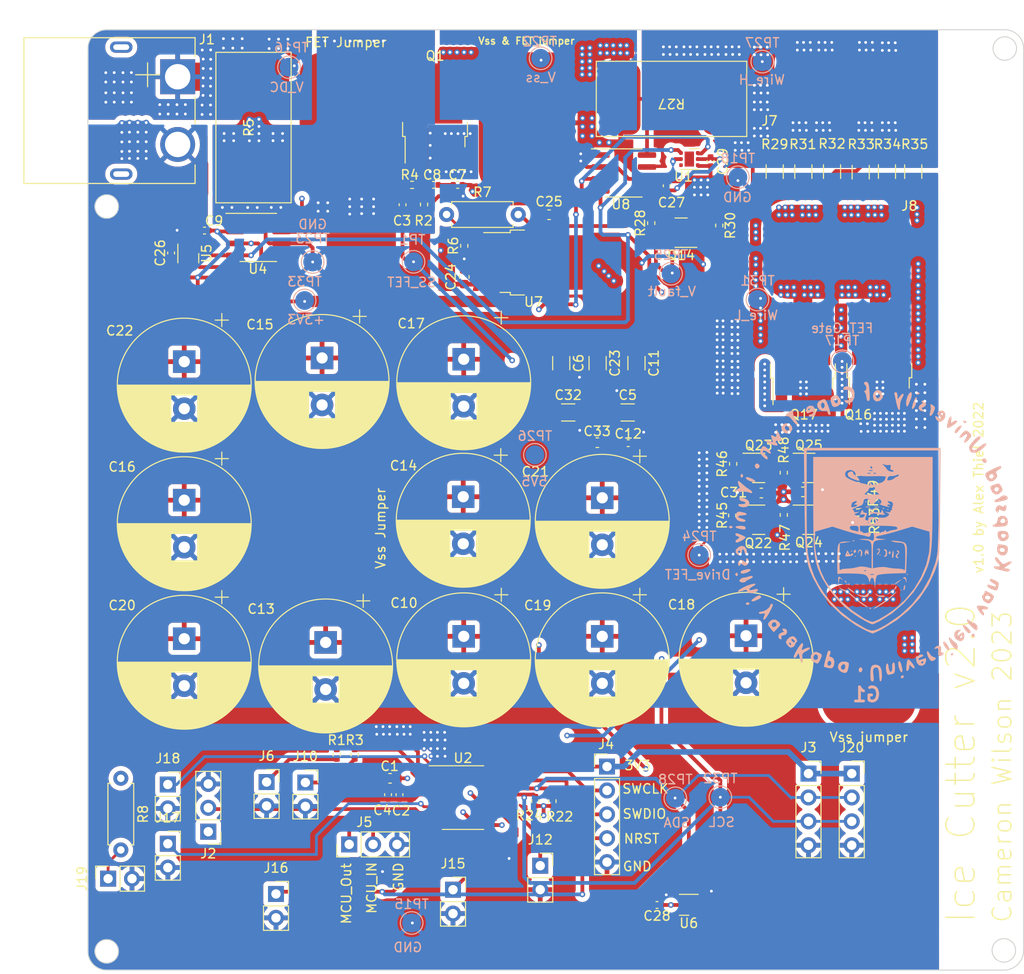
<source format=kicad_pcb>
(kicad_pcb (version 20221018) (generator pcbnew)
  (layers (0 "F.Cu" signal) (1 "In1.Cu" signal) (2 "In2.Cu" signal) (31 "B.Cu" signal) (34 "B.Paste" user) (35 "F.Paste" user) (36 "B.SilkS" user "B.Silkscreen") (37 "F.SilkS" user "F.Silkscreen") (38 "B.Mask" user) (39 "F.Mask" user) (44 "Edge.Cuts" user))
  (net 0 "")
  (net 1 "+3V3")
  (net 2 "GND")
  (net 3 "/SS_in")
  (net 4 "/SS_FET")
  (net 5 "/V_SS")
  (net 6 "Net-(C7-Pad2)")
  (net 7 "Net-(C8-Pad2)")
  (net 8 "VDC")
  (net 9 "/pot")
  (net 10 "/SWCLK")
  (net 11 "/SWDIO")
  (net 12 "/NRST")
  (net 13 "/MCU_Out")
  (net 14 "/MCU_In")
  (net 15 "Net-(J6-Pin_1)")
  (net 16 "/VOUT_FAULT")
  (net 17 "/FET_GATE")
  (net 18 "/Wire_L")
  (net 19 "Net-(J10-Pin_1)")
  (net 20 "/PB3")
  (net 21 "/PB4")
  (net 22 "Net-(J19-Pin_1)")
  (net 23 "Net-(Q14-G)")
  (net 24 "Net-(Q22-B)")
  (net 25 "/LED1")
  (net 26 "/LED2")
  (net 27 "Net-(Q22-C)")
  (net 28 "/SDA")
  (net 29 "/SCL")
  (net 30 "/Wire_H")
  (net 31 "Net-(Q23-B)")
  (net 32 "/Drive_FET")
  (net 33 "/PB1")
  (net 34 "/PB2")
  (net 35 "+5V")
  (net 36 "Net-(Q23-C)")
  (net 37 "Net-(Q24-B)")
  (net 38 "Net-(Q24-C)")
  (net 39 "Net-(U7-ADJ)")
  (net 40 "Net-(R29-Pad2)")
  (footprint "Resistor_SMD:R_1206_3216Metric" (layer "F.Cu") (at 237.0328 62.0883 -90)
    (fp_text reference "R29")
    (fp_text value "100R")
  )
  (footprint "Capacitor_THT:CP_Radial_D14.0mm_P5.00mm" (layer "F.Cu") (at 203.962 82.042 -90)
    (fp_text reference "C17")
    (fp_text value "4.7m")
  )
  (footprint "Connector_PinSocket_2.54mm:PinSocket_1x04_P2.54mm_Vertical" (layer "F.Cu") (at 245.225 126.1)
    (fp_text reference "J20")
    (fp_text value "Conn_01x04_Socket")
  )
  (footprint "Resistor_SMD:R_0402_1005Metric" (layer "F.Cu") (at 190.4598 124.071 -90)
    (fp_text reference "R1")
    (fp_text value "1k5")
  )
  (footprint "4022:res_5930" (layer "F.Cu") (at 181.61 57.404 90)
    (fp_text reference "R5")
    (fp_text value "0.75mR")
  )
  (footprint "Package_SON:WSON-6-1EP_2x2mm_P0.65mm_EP1x1.6mm" (layer "F.Cu") (at 227.8952 140.0556 180)
    (fp_text reference "U6")
    (fp_text value "TMP117")
  )
  (footprint "Package_TO_SOT_SMD:TO-252-2" (layer "F.Cu") (at 248.158 81.534 90)
    (fp_text reference "Q16")
    (fp_text value "Q_NMOS_GDS")
  )
  (footprint "Resistor_SMD:R_0402_1005Metric" (layer "F.Cu") (at 199.7456 65.5828 -90)
    (fp_text reference "R2")
    (fp_text value "3.3M")
  )
  (footprint "4022:SMD_Pad_15x10" (layer "F.Cu") (at 245.0084 53.1876)
    (fp_text reference "J7")
    (fp_text value "Conn_01x01_Male")
  )
  (footprint "Capacitor_SMD:C_1206_3216Metric" (layer "F.Cu") (at 221.4 87.7)
    (fp_text reference "C5")
    (fp_text value "100u")
  )
  (footprint "Package_TO_SOT_SMD:TO-252-2" (layer "F.Cu") (at 200.914 55.88 90)
    (fp_text reference "Q1")
    (fp_text value "Q_PMOS_GDS")
  )
  (footprint "Resistor_THT:R_Axial_DIN0207_L6.3mm_D2.5mm_P7.62mm_Horizontal" (layer "F.Cu") (at 167.5 126.6 -90)
    (fp_text reference "R8")
    (fp_text value "220R")
  )
  (footprint "Connector_PinHeader_2.54mm:PinHeader_1x03_P2.54mm_Vertical" (layer "F.Cu") (at 176.8 132.28 180)
    (fp_text reference "J2")
    (fp_text value "pot")
  )
  (footprint "Resistor_SMD:R_0402_1005Metric" (layer "F.Cu") (at 245.87 94.7801)
    (fp_text reference "R51" hide)
    (fp_text value "100R")
  )
  (footprint "Package_TO_SOT_SMD:TO-252-2" (layer "F.Cu") (at 211.387 71.755)
    (fp_text reference "U7")
    (fp_text value "LM317_TO-252")
  )
  (footprint "Resistor_SMD:R_0402_1005Metric" (layer "F.Cu") (at 237.998 94.107 -90)
    (fp_text reference "R48")
    (fp_text value "1k5")
  )
  (footprint "Package_SO:SOIC-8_3.9x4.9mm_P1.27mm" (layer "F.Cu") (at 220.98 62.23)
    (fp_text reference "U8")
    (fp_text value "INA219AxD")
  )
  (footprint "Capacitor_SMD:C_0603_1608Metric" (layer "F.Cu") (at 240.03 96.139)
    (fp_text reference "C30" hide)
    (fp_text value "10u")
  )
  (footprint "Connector_PinSocket_2.54mm:PinSocket_1x02_P2.54mm_Vertical" (layer "F.Cu") (at 202.825 138.45)
    (fp_text reference "J15")
    (fp_text value "Conn_01x02_Socket")
  )
  (footprint "Capacitor_THT:CP_Radial_D14.0mm_P5.00mm" (layer "F.Cu") (at 174.244 111.76 -90)
    (fp_text reference "C20")
    (fp_text value "4.7m")
  )
  (footprint "Package_TO_SOT_SMD:SOT-23" (layer "F.Cu") (at 240.665 93.599)
    (fp_text reference "Q25")
    (fp_text value "S8050_SMD")
  )
  (footprint "Resistor_SMD:R_0402_1005Metric" (layer "F.Cu") (at 231.14 67.818 -90)
    (fp_text reference "R30")
    (fp_text value "330R")
  )
  (footprint "Connector_PinSocket_2.54mm:PinSocket_1x02_P2.54mm_Vertical" (layer "F.Cu") (at 172.5 133.56)
    (fp_text reference "J17")
    (fp_text value "Conn_01x02_Socket")
  )
  (footprint "Capacitor_SMD:C_0603_1608Metric" (layer "F.Cu") (at 196.129603 126.605 180)
    (fp_text reference "C1")
    (fp_text value "10u")
  )
  (footprint "Capacitor_SMD:C_0402_1005Metric" (layer "F.Cu") (at 176.4 68.3584 180)
    (fp_text reference "C9")
    (fp_text value "100n")
  )
  (footprint "Resistor_SMD:R_1206_3216Metric" (layer "F.Cu") (at 243.1288 62.0883 -90)
    (fp_text reference "R32")
    (fp_text value "100R")
  )
  (footprint "Capacitor_SMD:C_0603_1608Metric" (layer "F.Cu") (at 213.038 66.675 180)
    (fp_text reference "C25")
    (fp_text value "10u")
  )
  (footprint "Capacitor_THT:CP_Radial_D14.0mm_P5.00mm" (layer "F.Cu") (at 188.9 81.902272 -90)
    (fp_text reference "C15")
    (fp_text value "4.7m")
  )
  (footprint "Capacitor_SMD:C_1206_3216Metric" (layer "F.Cu") (at 222.333 82.4564 -90)
    (fp_text reference "C11")
    (fp_text value "100u")
  )
  (footprint "Resistor_SMD:R_0402_1005Metric" (layer "F.Cu") (at 204.021 69.977 90)
    (fp_text reference "R6")
    (fp_text value "330R")
  )
  (footprint "Connector_PinSocket_2.54mm:PinSocket_1x02_P2.54mm_Vertical" (layer "F.Cu") (at 187.125 127.05)
    (fp_text reference "J10")
    (fp_text value "Conn_01x02_Socket")
  )
  (footprint "Resistor_SMD:R_0402_1005Metric" (layer "F.Cu") (at 232.5116 98.6536 90)
    (fp_text reference "R45")
    (fp_text value "4k7")
  )
  (footprint "4022:SMD_Pad_15x10" (layer "F.Cu") (at 188.8236 99.4664 90)
    (fp_text reference "J9" hide)
    (fp_text value "Conn_01x01_Male")
  )
  (footprint "Capacitor_SMD:C_1206_3216Metric" (layer "F.Cu") (at 214.333 82.4564 -90)
    (fp_text reference "C6")
    (fp_text value "100u")
  )
  (footprint "Connector_PinHeader_2.54mm:PinHeader_1x03_P2.54mm_Vertical" (layer "F.Cu") (at 191.787 133.6314 90)
    (fp_text reference "J5")
    (fp_text value "UART")
  )
  (footprint "Resistor_SMD:R_0402_1005Metric" (layer "F.Cu") (at 211.5712 129.034 -90)
    (fp_text reference "R24")
    (fp_text value "4k7")
  )
  (footprint "Connector_PinSocket_2.54mm:PinSocket_1x02_P2.54mm_Vertical" (layer "F.Cu") (at 172.5 127.26)
    (fp_text reference "J18")
    (fp_text value "Conn_01x02_Socket")
  )
  (footprint "Connector_PinSocket_2.54mm:PinSocket_1x04_P2.54mm_Vertical" (layer "F.Cu") (at 240.625 126.1)
    (fp_text reference "J3")
    (fp_text value "Conn_01x04_Socket")
  )
  (footprint "Capacitor_SMD:C_0402_1005Metric" (layer "F.Cu") (at 221.4564 90.9644)
    (fp_text reference "C12")
    (fp_text value "100n")
  )
  (footprint "4022:SMD_Pad_15x10" (layer "F.Cu") (at 243.586 70.612)
    (fp_text reference "J8")
    (fp_text value "Conn_01x01_Male")
  )
  (footprint "Resistor_SMD:R_1206_3216Metric" (layer "F.Cu") (at 240.0808 62.0883 -90)
    (fp_text reference "R31")
    (fp_text value "100R")
  )
  (footprint "Capacitor_SMD:C_0603_1608Metric" (layer "F.Cu") (at 235.6104 96.266 180)
    (fp_text reference "C31")
    (fp_text value "10u")
  )
  (footprint "Connector_PinSocket_2.54mm:PinSocket_1x02_P2.54mm_Vertical" (layer "F.Cu") (at 212.1 135.9)
    (fp_text reference "J12")
    (fp_text value "Conn_01x02_Socket")
  )
  (footprint "Package_SON:WSON-6-1EP_2x2mm_P0.65mm_EP1x1.6mm" (layer "F.Cu") (at 227.954 60.7547)
    (fp_text reference "U1")
    (fp_text value "TMP117")
  )
  (footprint "Resistor_THT:R_Axial_DIN0207_L6.3mm_D2.5mm_P7.62mm_Horizontal" (layer "F.Cu") (at 202.14 66.65)
    (fp_text reference "R7")
    (fp_text value "220R")
  )
  (footprint "Capacitor_SMD:C_1206_3216Metric" (layer "F.Cu") (at 215.0754 87.7)
    (fp_text reference "C32")
    (fp_text value "100u")
  )
  (footprint "Capacitor_THT:CP_Radial_D14.0mm_P5.00mm" (layer "F.Cu") (at 203.962 111.506 -90)
    (fp_text reference "C10")
    (fp_text value "4.7m")
  )
  (footprint "Resistor_SMD:R_0402_1005Metric" (layer "F.Cu") (at 245.872 98.3361 180)
    (fp_text reference "R53")
    (fp_text value "3.3M")
  )
  (footprint "Capacitor_SMD:C_0603_1608Metric" (layer "F.Cu") (at 218.175 90.9136 180)
    (fp_text reference "C33")
    (fp_text value "10u")
  )
  (footprint "Capacitor_THT:CP_Radial_D14.0mm_P5.00mm" (layer "F.Cu") (at 218.694 96.774 -90)
    (fp_text reference "C21")
    (fp_text value "4.7m")
  )
  (footprint "Capacitor_THT:CP_Radial_D14.0mm_P5.00mm" (layer "F.Cu") (at 233.9848 111.443472 -90)
    (fp_text reference "C18")
    (fp_text value "4.7m")
  )
  (footprint "Resistor_SMD:R_0402_1005Metric" (layer "F.Cu") (at 223.901 67.564 90)
    (fp_text reference "R28")
    (fp_text value "4k7")
  )
  (footprint "Connector_PinHeader_2.54mm:PinHeader_1x05_P2.54mm_Vertical" (layer "F.Cu") (at 219.202 125.354)
    (fp_text reference "J4")
    (fp_text value "program2")
  )
  (footprint "Resistor_SMD:R_0402_1005Metric" (layer "F.Cu") (at 198.473 63.5)
    (fp_text reference "R4")
    (fp_text value "100R")
  )
  (footprint "Resistor_SMD:R_0402_1005Metric" (layer "F.Cu") (at 245.868 93.6371)
    (fp_text reference "R52" hide)
    (fp_text value "100R")
  )
  (footprint "Capacitor_SMD:C_0603_1608Metric" (layer "F.Cu") (at 204.021 73.279 90)
    (fp_text reference "C24")
    (fp_text value "10u")
  )
  (footprint "Package_TO_SOT_SMD:SOT-23" (layer "F.Cu") (at 240.665 99.1108)
    (fp_text reference "Q24")
    (fp_text value "S8550")
  )
  (footprint "Capacitor_SMD:C_0402_1005Metric" (layer "F.Cu") (at 172.847 70.739 90)
    (fp_text reference "C26")
    (fp_text value "100n")
  )
  (footprint "4022:SMD_Pad_15x10" (layer "F.Cu") (at 191.516 56.896 -90)
    (fp_text reference "J13" hide)
    (fp_text value "Conn_01x01_Male")
  )
  (footprint "Resistor_SMD:R_1206_3216Metric" (layer "F.Cu") (at 246.1768 62.1498 -90)
    (fp_text reference "R33")
    (fp_text value "100R")
  )
  (footprint "Resistor_SMD:R_1206_3216Metric" (layer "F.Cu") (at 248.9708 62.0883 -90)
    (fp_text reference "R34")
    (fp_text value "100R")
  )
  (footprint "Capacitor_SMD:C_0402_1005Metric" (layer "F.Cu") (at 224.5196 140.072 180)
    (fp_text reference "C28")
    (fp_text value "100n")
  )
  (footprint "XT60PW-M:AMASS_XT60PW-M" (layer "F.Cu") (at 167.545 55.6 90)
    (fp_text reference "J1")
    (fp_text value "XT60PW-M")
  )
  (footprint "Capacitor_SMD:C_0402_1005Metric" (layer "F.Cu") (at 200.759 63.5 180)
    (fp_text reference "C8")
    (fp_text value "100n")
  )
  (footprint "Resistor_SMD:R_0402_1005Metric" (layer "F.Cu") (at 237.998 98.6008 90)
    (fp_text reference "R47")
    (fp_text value "1k5")
  )
  (footprint "4022:res_5930" (layer "F.Cu") (at 226.06 54.356 180)
    (fp_text reference "R27")
    (fp_text value "0.75mR")
  )
  (footprint "4022:SMD_Pad_15x10" (layer "F.Cu") (at 210.566 56.896 90)
    (fp_text reference "J14" hide)
    (fp_text value "Conn_01x01_Male")
  )
  (footprint "Capacitor_SMD:C_1206_3216Metric" (layer "F.Cu") (at 218.1996 82.4564 -90)
    (fp_text reference "C23")
    (fp_text value "100u")
  )
  (footprint "Resistor_SMD:R_1206_3216Metric" (layer "F.Cu") (at 251.7648 62.0883 -90)
    (fp_text reference "R35")
    (fp_text value "100R")
  )
  (footprint "Capacitor_SMD:C_0402_1005Metric" (layer "F.Cu") (at 203.327 63.5 180)
    (fp_text reference "C7")
    (fp_text value "100n")
  )
  (footprint "Connector_PinSocket_2.54mm:PinSocket_1x02_P2.54mm_Vertical" (layer "F.Cu") (at 183 127)
    (fp_text reference "J6")
    (fp_text value "Conn_01x02_Socket")
  )
  (footprint "Package_SO:TSSOP-20_4.4x6.5mm_P0.65mm" (layer "F.Cu") (at 203.8878 128.653)
    (fp_text reference "U2")
    (fp_text value "STM32G030XX")
  )
  (footprint "Capacitor_THT:CP_Radial_D14.0mm_P5.00mm" (layer "F.Cu") (at 189.2808 112.154672 -90)
    (fp_text reference "C13")
    (fp_text value "4.7m")
  )
  (footprint "Capacitor_SMD:C_0402_1005Metric" (layer "F.Cu") (at 230.21 61.0087 -90)
    (fp_text reference "C29")
    (fp_text value "100n")
  )
  (footprint "Capacitor_SMD:C_0402_1005Metric" (layer "F.Cu") (at 225.552 63.6016 90)
    (fp_text reference "C27")
    (fp_text value "100n")
  )
  (footprint "Package_TO_SOT_SMD:SOT-23" (layer "F.Cu") (at 235.331 99.1108)
    (fp_text reference "Q22")
    (fp_text value "S8050_SMD")
  )
  (footprint "Resistor_SMD:R_0402_1005Metric" (layer "F.Cu") (at 192.3648 124.069 -90)
    (fp_text reference "R3")
    (fp_text value "1k5")
  )
  (footprint "Capacitor_THT:CP_Radial_D14.0mm_P5.00mm" (layer "F.Cu") (at 203.9112 96.660672 -90)
    (fp_text reference "C14")
    (fp_text value "4.7m")
  )
  (footprint "Connector_PinSocket_2.54mm:PinSocket_1x02_P2.54mm_Vertical" (layer "F.Cu") (at 166.15 137.275 90)
    (fp_text reference "J19")
    (fp_text value "Conn_01x02_Socket")
  )
  (footprint "Resistor_SMD:R_0402_1005Metric" (layer "F.Cu") (at 213.4 129.034 -90)
    (fp_text reference "R22")
    (fp_text value "4k7")
  )
  (footprint "Capacitor_THT:CP_Radial_D14.0mm_P5.00mm" (layer "F.Cu") (at 174.244 82.296 -90)
    (fp_text reference "C22")
    (fp_text value "4.7m")
  )
  (footprint "Package_TO_SOT_SMD:SOT-23" (layer "F.Cu") (at 227.076 68.58 180)
    (fp_text reference "Q14")
    (fp_text value "Q_NMOS_GSD")
  )
  (footprint "Resistor_SMD:R_0402_1005Metric" (layer "F.Cu") (at 232.6132 93.1672 90)
    (fp_text reference "R46")
    (fp_text value "4k7")
  )
  (footprint "Capacitor_SMD:C_0402_1005Metric" (layer "F.Cu") (at 197.4596 65.6108 -90)
    (fp_text reference "C3")
    (fp_text value "100n")
  )
  (footprint "Connector_PinSocket_2.54mm:PinSocket_1x02_P2.54mm_Vertical" (layer "F.Cu") (at 184 138.9)
    (fp_text reference "J16")
    (fp_text value "Conn_01x02_Socket")
  )
  (footprint "Resistor_SMD:R_0402_1005Metric" (layer "F.Cu") (at 245.87 95.9231)
    (fp_text reference "R50" hide)
    (fp_text value "100R")
  )
  (footprint "Package_TO_SOT_SMD:TO-252-2" (layer "F.Cu") (at 240.031 81.569 90)
    (fp_text reference "Q17")
    (fp_text value "Q_NMOS_GDS")
  )
  (footprint "Package_SO:SOIC-8_3.9x4.9mm_P1.27mm" (layer "F.Cu") (at 182.118 69.088)
    (fp_text reference "U4")
    (fp_text value "INA219AxD")
  )
  (footprint "Package_TO_SOT_SMD:SOT-23" (layer "F.Cu") (at 235.331 93.599)
    (fp_text reference "Q23")
    (fp_text value "S8050_SMD")
  )
  (footprint "4022:SMD_Pad_15x10" (layer "F.Cu") (at 247.0404 113.4872 90)
    (fp_text reference "J11" hide)
    (fp_text value "Conn_01x01_Male")
  )
  (footprint "Resistor_SMD:R_0402_1005Metric" (layer "F.Cu") (at 245.87 97.0661)
    (fp_text reference "R49")
    (fp_text value "100R")
  )
  (footprint "Capacitor_THT:CP_Radial_D14.0mm_P5.00mm" (layer "F.Cu") (at 174.244 97.028 -90)
    (fp_text reference "C16")
    (fp_text value "4.7m")
  )
  (footprint "Capacitor_SMD:C_0402_1005Metric" (layer "F.Cu") (at 197.1348 128.345 -90)
    (fp_text reference "C2")
    (fp_text value "100n")
  )
  (footprint "Package_SON:WSON-6-1EP_2x2mm_P0.65mm_EP1x1.6mm" (layer "F.Cu") (at 174.6758 70.7898 -90)
    (fp_text reference "U5")
    (fp_text value "TMP117")
  )
  (footprint "Capacitor_SMD:C_0402_1005Metric" (layer "F.Cu") (at 195.918603 128.344 -90)
    (fp_text reference "C4")
    (fp_text value "100n")
  )
  (footprint "Capacitor_THT:CP_Radial_D14.0mm_P5.00mm" (layer "F.Cu") (at 218.694 111.506 -90)
    (fp_text reference "C19")
    (fp_text value "4.7m")
  )
  (footprint "TestPoint:TestPoint_Pad_D2.0mm" (layer "B.Cu") (at 187.9 71.7 180)
    (fp_text reference "TP23")
    (fp_text value "TestPoint")
  )
  (footprint "TestPoint:TestPoint_Pad_D2.0mm" (layer "B.Cu") (at 244.22 82.261 180)
    (fp_text reference "TP17")
    (fp_text value "TestPoint")
  )
  (footprint "TestPoint:TestPoint_Pad_D2.0mm" (layer "B.Cu") (at 211.5312 92.202 180)
    (fp_text reference "TP26")
    (fp_text value "TestPoint")
  )
  (footprint "TestPoint:TestPoint_Pad_D2.0mm" (layer "B.Cu") (at 226.4664 128.7272 180)
    (fp_text reference "TP28")
    (fp_text value "TestPoint")
  )
  (footprint "LOGO" (layer "B.Cu") (at 247.2 100.3 180)
    (fp_text reference "G1")
    (fp_text value "LOGO" hide)
  )
  (footprint "TestPoint:TestPoint_Pad_D2.0mm" (layer "B.Cu") (at 185.3884 50.9848 180)
    (fp_text reference "TP16")
    (fp_text value "TestPoint")
  )
  (footprint "TestPoint:TestPoint_Pad_D2.0mm" (layer "B.Cu") (at 198.628 71.6788 180)
    (fp_text reference "TP1")
    (fp_text value "TestPoint")
  )
  (footprint "TestPoint:TestPoint_Pad_D2.0mm" (layer "B.Cu") (at 235.204 75.692 180)
    (fp_text reference "TP31")
    (fp_text value "TestPoint")
  )
  (footprint "TestPoint:TestPoint_Pad_D2.0mm" (layer "B.Cu") (at 231.252 128.6152 180)
    (fp_text reference "TP32")
    (fp_text value "TestPoint")
  )
  (footprint "TestPoint:TestPoint_Pad_D2.0mm" (layer "B.Cu") (at 212.1408 50.038 180)
    (fp_text reference "TP22")
    (fp_text value "TestPoint")
  )
  (footprint "TestPoint:TestPoint_Pad_D2.0mm" (layer "B.Cu") (at 198.4248 141.986 180)
    (fp_text reference "TP15")
    (fp_text value "TestPoint")
  )
  (footprint "TestPoint:TestPoint_Pad_D2.0mm" (layer "B.Cu") (at 187.0456 75.7936 180)
    (fp_text reference "TP33")
    (fp_text value "TestPoint")
  )
  (footprint "TestPoint:TestPoint_Pad_D2.0mm" (layer "B.Cu") (at 235.712 50.3936 180)
    (fp_text reference "TP27")
    (fp_text value "TestPoint")
  )
  (footprint "TestPoint:TestPoint_Pad_D2.0mm" (layer "B.Cu") (at 226.0092 72.9488 180)
    (fp_text reference "TP25")
    (fp_text value "TestPoint")
  )
  (footprint "TestPoint:TestPoint_Pad_D2.0mm" (layer "B.Cu") (at 233.1212 62.6872 180)
    (fp_text reference "TP18")
    (fp_text value "TestPoint")
  )
  (footprint "TestPoint:TestPoint_Pad_D2.0mm" (layer "B.Cu") (at 229.0064 102.87 180)
    (fp_text reference "TP24")
    (fp_text value "TestPoint")
  )
  (gr_line (start 164.000001 145) (end 164 49) (stroke (width 0.1)) (layer "Edge.Cuts"))
  (gr_circle (center 261.5 49) (end 262.75 49) (stroke (width 0.1)) (fill none) (layer "Edge.Cuts"))
  (gr_circle (center 261.4 144.899952) (end 262.65 144.899952) (stroke (width 0.1)) (fill none) (layer "Edge.Cuts"))
  (gr_line (start 251.5 147) (end 261.4 147) (stroke (width 0.1)) (layer "Edge.Cuts"))
  (gr_line (start 263.5 144.885738) (end 263.5 49) (stroke (width 0.1)) (layer "Edge.Cuts"))
  (gr_circle (center 166 145) (end 167.25 145) (stroke (width 0.1)) (fill none) (layer "Edge.Cuts"))
  (gr_line (start 166.000001 147) (end 250 147) (stroke (width 0.1)) (layer "Edge.Cuts"))
  (gr_arc (start 263.5 144.885738) (mid 262.889975 146.379876) (end 261.4 147) (stroke (width 0.1)) (layer "Edge.Cuts"))
  (gr_line (start 251.8156 47) (end 166 47) (stroke (width 0.1)) (layer "Edge.Cuts"))
  (gr_arc (start 261.5 47) (mid 262.914214 47.585786) (end 263.5 49) (stroke (width 0.1)) (layer "Edge.Cuts"))
  (gr_arc (start 166.000001 147) (mid 164.585787 146.414214) (end 164.000001 145) (stroke (width 0.1)) (layer "Edge.Cuts"))
  (gr_circle (center 166 65.8) (end 167.25 65.8) (stroke (width 0.1)) (fill none) (layer "Edge.Cuts"))
  (gr_arc (start 164 49) (mid 164.585786 47.585786) (end 166 47) (stroke (width 0.1)) (layer "Edge.Cuts"))
  (gr_line (start 251.8156 47) (end 261.5 47) (stroke (width 0.1)) (layer "Edge.Cuts"))
  (gr_line (start 250 147) (end 251.5 147) (stroke (width 0.1)) (layer "Edge.Cuts"))
  (gr_text "GND" (at 198.0184 144.5768) (layer "B.SilkS") (effects (font (size 1 1)) (justify mirror)))
  (gr_text "Wire_H" (at 235.6612 52.324) (layer "B.SilkS") (effects (font (size 1 1)) (justify mirror)))
  (gr_text "V_DC" (at 185.1344 53.1184) (layer "B.SilkS") (effects (font (size 1 1)) (justify mirror)))
  (gr_text "+3V3" (at 187.198 77.8256) (layer "B.SilkS") (effects (font (size 1 1)) (justify mirror)))
  (gr_text "GND" (at 187.9 67.7) (layer "B.SilkS") (effects (font (size 1 1)) (justify mirror)))
  (gr_text "5V5" (at 211.4804 95.0468) (layer "B.SilkS") (effects (font (size 1 1)) (justify mirror)))
  (gr_text "SCL\n" (at 231.394 131.2672) (layer "B.SilkS") (effects (font (size 1 1)) (justify mirror)))
  (gr_text "FET_Gate" (at 244.1956 78.74) (layer "B.SilkS") (effects (font (size 1 1)) (justify mirror)))
  (gr_text "Drive_FET" (at 228.854 104.9528) (layer "B.SilkS") (effects (font (size 1 1)) (justify mirror)))
  (gr_text "GND" (at 233.0704 64.8208) (layer "B.SilkS") (effects (font (size 1 1)) (justify mirror)))
  (gr_text "V_fault\n" (at 226.1108 74.8284) (layer "B.SilkS") (effects (font (size 1 1)) (justify mirror)))
  (gr_text "SDA\n" (at 226.6188 131.318) (layer "B.SilkS") (effects (font (size 1 1)) (justify mirror)))
  (gr_text "V_ss" (at 212.1408 52.07) (layer "B.SilkS") (effects (font (size 1 1)) (justify mirror)))
  (gr_text "SS_FET" (at 198.4248 73.8632) (layer "B.SilkS") (effects (font (size 1 1)) (justify mirror)))
  (gr_text "Wire_L" (at 235.0516 77.3684) (layer "B.SilkS") (effects (font (size 1 1)) (justify mirror)))
  (gr_text "3V3" (at 222.447 125.229) (layer "F.SilkS") (effects (font (size 1 1))))
  (gr_text "v1.0 by Alex Thiel 2022" (at 259.3 104.9 90) (layer "F.SilkS") (effects (font (size 1 1)) (justify left bottom)))
  (gr_text "MCU_IN" (at 194.1768 138.2592 90) (layer "F.SilkS") (effects (font (size 1 1))))
  (gr_text "SWDIO" (at 223.1836 130.3852) (layer "F.SilkS") (effects (font (size 1 1))))
  (gr_text "Ice Cutter v2.0" (at 258.6 142.2 90) (layer "F.SilkS") (effects (font (size 3 3)) (justify left bottom)))
  (gr_text "SWCLK" (at 223.2852 127.7182) (layer "F.SilkS") (effects (font (size 1 1))))
  (gr_text "Vss jumper" (at 247.0404 122.2248) (layer "F.SilkS") (effects (font (size 1 1))))
  (gr_text "Vss Jumper" (at 195.1228 100.0252 90) (layer "F.SilkS") (effects (font (size 1 1))))
  (gr_text "GND" (at 197.0216 137.0908 90) (layer "F.SilkS") (effects (font (size 1 1))))
  (gr_text "NRST" (at 222.8788 133.0268) (layer "F.SilkS") (effects (font (size 1 1))))
  (gr_text "FET Jumper" (at 191.4336 48.3432) (layer "F.SilkS") (effects (font (size 1 1))))
  (gr_text "MCU_Out" (at 191.4844 138.8688 90) (layer "F.SilkS") (effects (font (size 1 1))))
  (gr_text "GND" (at 222.4216 135.9732) (layer "F.SilkS") (effects (font (size 1 1))))
  (gr_text "Vss & FET jumper" (at 210.636 48.1908) (layer "F.SilkS") (effects (font (size 0.75 0.75))))
  (gr_text "Cameron Wilson 2023" (at 262.4 142.1 90) (layer "F.SilkS") (effects (font (size 2 2)) (justify left bottom)))
  (segment (start 222.046 67.054) (end 222.046 66.254) (width 0.4) (layer "F.Cu") (net 1))
  (segment (start 229.984 60.7547) (end 228.854 60.7547) (width 0.4) (layer "F.Cu") (net 1))
  (segment (start 175.6788 73.3428) (end 174.0296 73.3428) (width 0.4) (layer "F.Cu") (net 1))
  (segment (start 225.4986 64.135) (end 225.552 64.0816) (width 0.4) (layer "F.Cu") (net 1))
  (segment (start 215.410528 125.356) (end 214.750128 124.6956) (width 0.4) (layer "F.Cu") (net 1))
  (segment (start 225.552 64.0816) (end 226.41885 64.0816) (width 0.4) (layer "F.Cu") (net 1))
  (segment (start 219.5576 73.3552) (end 219.9136 73.7112) (width 2) (layer "F.Cu") (net 1))
  (segment (start 174.6758 73.3306) (end 174.6758 71.6898) (width 0.4) (layer "F.Cu") (net 1))
  (segment (start 173.2428 73.3428) (end 172.847 72.947) (width 0.4) (layer "F.Cu") (net 1))
  (segment (start 175.6788 75.5788) (end 175.6788 73.3428) (width 0.4) (layer "F.Cu") (net 1))
  (segment (start 209.3468 75.8952) (end 213.487 71.755) (width 1.2) (layer "F.Cu") (net 1))
  (segment (start 222.046 67.054) (end 223.901 67.054) (width 0.4) (layer "F.Cu") (net 1))
  (segment (start 195.948603 127.894) (end 195.918603 127.864) (width 0.4) (layer "F.Cu") (net 1))
  (segment (start 214.750128 124.6956) (end 204.8694 124.6956) (width 0.4) (layer "F.Cu") (net 1))
  (segment (start 175.6788 73.3428) (end 173.2428 73.3428) (width 0.4) (layer "F.Cu") (net 1))
  (segment (start 230.4381 60.7568) (end 230.21 60.5287) (width 0.4) (layer "F.Cu") (net 1))
  (segment (start 183.5404 73.3552) (end 175.6912 73.3552) (width 0.4) (layer "F.Cu") (net 1))
  (segment (start 217.9574 71.755) (end 218.3134 72.111) (width 2) (layer "F.Cu") (net 1))
  (segment (start 197.138603 127.894) (end 195.948603 127.894) (width 0.4) (layer "F.Cu") (net 1))
  (segment (start 213.813 67.551) (end 213.487 67.877) (width 0.4) (layer "F.Cu") (net 1))
  (segment (start 175.9952 75.8952) (end 175.6788 75.5788) (width 0.4) (layer "F.Cu") (net 1))
  (segment (start 219.2 125.356) (end 215.410528 125.356) (width 0.4) (layer "F.Cu") (net 1))
  (segment (start 184.593 72.3026) (end 183.5404 73.3552) (width 0.4) (layer "F.Cu") (net 1))
  (segment (start 221.223 67.877) (end 222.046 67.054) (width 0.4) (layer "F.Cu") (net 1))
  (segment (start 172.847 72.947) (end 172.847 71.219) (width 0.4) (layer "F.Cu") (net 1))
  (segment (start 219.202 125.354) (end 219.2 125.356) (width 0.4) (layer "F.Cu") (net 1))
  (segment (start 176.88 68.3584) (end 177.6642 68.3584) (width 0.4) (layer "F.Cu") (net 1))
  (segment (start 197.138603 127.894) (end 197.138603 126.839) (width 0.4) (layer "F.Cu") (net 1))
  (segment (start 213.487 67.877) (end 211.194 67.877) (width 0.4) (layer "F.Cu") (net 1))
  (segment (start 213.813 66.675) (end 213.813 67.551) (width 0.4) (layer "F.Cu") (net 1))
  (segment (start 204.8694 124.6956) (end 201.887 127.678) (width 0.4) (layer "F.Cu") (net 1))
  (segment (start 211.194 67.877) (end 209.992 66.675) (width 0.4) (layer "F.Cu") (net 1))
  (segment (start 223.455 64.845) (end 223.455 64.135) (width 0.4) (layer "F.Cu") (net 1))
  (segment (start 174.6696 73.3368) (end 174.6758 73.3306) (width 0.4) (layer "F.Cu") (net 1))
  (segment (start 174.0258 73.339) (end 174.0258 71.6898) (width 0.4) (layer "F.Cu") (net 1))
  (segment (start 218.3134 72.111) (end 218.8972 72.6948) (width 2) (layer "F.Cu") (net 1))
  (segment (start 224.9996 140.072) (end 225.9928 140.072) (width 0.4) (layer "F.Cu") (net 1))
  (segment (start 226.41885 64.0816) (end 226.6622 63.83825) (width 0.4) (layer "F.Cu") (net 1))
  (segment (start 177.6642 68.3584) (end 177.7588 68.453) (width 0.4) (layer "F.Cu") (net 1))
  (segment (start 231.1908 60.7568) (end 230.4381 60.7568) (width 0.4) (layer "F.Cu") (net 1))
  (segment (start 213.487 67.877) (end 221.223 67.877) (width 0.4) (layer "F.Cu") (net 1))
  (segment (start 226.9952 140.0681) (end 226.9952 140.0556) (width 0.4) (layer "F.Cu") (net 1))
  (segment (start 213.487 71.755) (end 213.487 67.877) (width 0.4) (layer "F.Cu") (net 1))
  (segment (start 187.0456 75.8952) (end 175.9952 75.8952) (width 0.4) (layer "F.Cu") (net 1))
  (segment (start 209.3468 75.8952) (end 186.9948 75.8952) (width 1.2) (layer "F.Cu") (net 1))
  (segment (start 219.3802 73.1778) (end 219.5576 73.3552) (width 2) (layer "F.Cu") (net 1))
  (segment (start 212.4582 129.544) (end 213.4 129.544) (width 0.4) (layer "F.Cu") (net 1))
  (segment (start 197.138603 126.839) (end 196.904603 126.605) (width 0.4) (layer "F.Cu") (net 1))
  (segment (start 217.9574 71.755) (end 213.487 71.755) (width 2) (layer "F.Cu") (net 1))
  (segment (start 226.9913 140.072) (end 226.9952 140.0681) (width 0.4) (layer "F.Cu") (net 1))
  (segment (start 230.21 60.5287) (end 229.984 60.7547) (width 0.4) (layer "F.Cu") (net 1))
  (segment (start 179.643 68.453) (end 177.7588 68.453) (width 0.4) (layer "F.Cu") (net 1))
  (segment (start 184.593 70.993) (end 184.593 72.3026) (width 0.4) (layer "F.Cu") (net 1))
  (segment (start 174.0296 73.3428) (end 174.0258 73.339) (width 0.4) (layer "F.Cu") (net 1))
  (segment (start 201.887 127.678) (end 201.0253 127.678) (width 0.4) (layer "F.Cu") (net 1))
  (segment (start 211.5712 129.544) (end 212.4582 129.544) (width 0.4) (layer "F.Cu") (net 1))
  (segment (start 212.4582 130.556) (end 212.4582 129.544) (width 0.4) (layer "F.Cu") (net 1))
  (segment (start 222.046 66.254) (end 223.455 64.845) (width 0.4) (layer "F.Cu") (net 1))
  (segment (start 223.455 64.135) (end 225.4986 64.135) (width 0.4) (layer "F.Cu") (net 1))
  (segment (start 196.904603 126.605) (end 197.977603 126.605) (width 0.4) (layer "F.Cu") (net 1))
  (segment (start 225.9928 140.072) (end 226.9913 140.072) (width 0.4) (layer "F.Cu") (net 1))
  (segment (start 218.8972 72.6948) (end 219.3802 73.1778) (width 2) (layer "F.Cu") (net 1))
  (via (at 231.1908 60.7568) (size 0.6) (drill 0.3) (layers "F.Cu" "B.Cu") (net 1))
  (via (at 187.0456 75.8952) (size 0.6) (drill 0.3) (layers "F.Cu" "B.Cu") (net 1))
  (via (at 225.9928 140.072) (size 0.6) (drill 0.3) (layers "F.Cu" "B.Cu") (net 1))
  (via (at 218.8972 72.6948) (size 0.6) (drill 0.3) (layers "F.Cu" "B.Cu") (net 1))
  (via (at 219.9136 73.7112) (size 0.6) (drill 0.3) (layers "F.Cu" "B.Cu") (net 1))
  (via (at 175.6788 73.3428) (size 0.6) (drill 0.3) (layers "F.Cu" "B.Cu") (net 1))
  (via (at 212.4582 129.544) (size 0.6) (drill 0.3) (layers "F.Cu" "B.Cu") (net 1))
  (via (at 212.4582 130.556) (size 0.6) (drill 0.3) (layers "F.Cu" "B.Cu") (net 1))
  (via (at 218.3134 72.111) (size 0.6) (drill 0.3) (layers "F.Cu" "B.Cu") (net 1))
  (via (at 219.3802 73.1778) (size 0.6) (drill 0.3) (layers "F.Cu" "B.Cu") (net 1))
  (via (at 197.977603 126.605) (size 0.6) (drill 0.3) (layers "F.Cu" "B.Cu") (net 1))
  (via (at 177.7588 68.453) (size 0.6) (drill 0.3) (layers "F.Cu" "B.Cu") (net 1))
  (via (at 226.6622 63.83825) (size 0.6) (drill 0.3) (layers "F.Cu" "B.Cu") (net 1))
  (segment (start 226.6622 63.83825) (end 228.39045 62.11) (width 0.4) (layer "B.Cu") (net 1))
  (segment (start 245.225 126.1) (end 240.625 126.1) (width 0.6) (layer "B.Cu") (net 1))
  (segment (start 238.5 123.8) (end 240.625 125.925) (width 0.6) (layer "B.Cu") (net 1))
  (segment (start 240.625 125.925) (end 240.625 126.1) (width 0.3) (layer "B.Cu") (net 1))
  (segment (start 178.886 70.1356) (end 178.886 69.5802) (width 0.4) (layer "B.Cu") (net 1))
  (segment (start 229.99 62.11) (end 231.1908 60.9092) (width 0.4) (layer "B.Cu") (net 1))
  (segment (start 231.1908 60.9092) (end 231.1908 60.7568) (width 0.4) (layer "B.Cu") (net 1))
  (segment (start 222.6 123.8) (end 238.5 123.8) (width 0.6) (layer "B.Cu") (net 1))
  (segment (start 175.6788 73.3428) (end 178.886 70.1356) (width 0.4) (layer "B.Cu") (net 1))
  (segment (start 219.202 125.354) (end 221.046 125.354) (width 0.6) (layer "B.Cu") (net 1))
  (segment (start 228.39045 62.11) (end 229.99 62.11) (width 0.4) (layer "B.Cu") (net 1))
  (segment (start 221.046 125.354) (end 222.6 123.8) (width 0.6) (layer "B.Cu") (net 1))
  (segment (start 178.886 69.5802) (end 177.7588 68.453) (width 0.4) (layer "B.Cu") (net 1))
  (segment (start 248.539 85.725) (end 250.429 85.725) (width 2) (layer "F.Cu") (net 2))
  (segment (start 199.172 128.328) (end 201.0253 128.328) (width 0.4) (layer "F.Cu") (net 2))
  (segment (start 230.21 61.4887) (end 230.21 62.7028) (width 0.4) (layer "F.Cu") (net 2))
  (segment (start 210.322 138.122) (end 210.64 138.44) (width 0.3) (layer "F.Cu") (net 2))
  (segment (start 174.6758 69.8898) (end 174.6758 68.9242) (width 0.4) (layer "F.Cu") (net 2))
  (segment (start 243.84 102.7684) (end 243.8908 102.7176) (width 1.4) (layer "F.Cu") (net 2))
  (segment (start 211.063 65.475) (end 212.263 66.675) (width 0.4) (layer "F.Cu") (net 2))
  (segment (start 222.875 85.652) (end 222.875 87.7) (width 0.4) (layer "F.Cu") (net 2))
  (segment (start 230.3 138.6) (end 230.3 139.6) (width 0.4) (layer "F.Cu") (net 2))
  (segment (start 242.311 88.813) (end 241.427 89.697) (width 2) (layer "F.Cu") (net 2))
  (segment (start 245.3132 99.4029) (end 245.3132 98.3849) (width 0.4) (layer "F.Cu") (net 2))
  (segment (start 228.5 65.6) (end 228.4984 65.5984) (width 0.4) (layer "F.Cu") (net 2))
  (segment (start 210.322 136.677) (end 210.322 138.122) (width 0.3) (layer "F.Cu") (net 2))
  (segment (start 187.9 70.2) (end 187.9 71.7) (width 0.4) (layer "F.Cu") (net 2))
  (segment (start 218.505 61.595) (end 217.043 61.595) (width 0.4) (layer "F.Cu") (net 2))
  (segment (start 250.438 88.179) (end 249.555 89.062) (width 2) (layer "F.Cu") (net 2))
  (segment (start 230.21 62.7028) (end 229.9208 62.992) (width 0.4) (layer "F.Cu") (net 2))
  (segment (start 222.333 84.9824) (end 222.333 83.9314) (width 0.4) (layer "F.Cu") (net 2))
  (segment (start 216.535 60.325) (end 216.408 60.198) (width 0.4) (layer "F.Cu") (net 2))
  (segment (start 216.4136 90.9136) (end 217.4 90.9136) (width 0.4) (layer "F.Cu") (net 2))
  (segment (start 172.847 69.253) (end 173.1758 68.9242) (width 0.4) (layer "F.Cu") (net 2))
  (segment (start 174.6758 68.53) (end 174.8474 68.3584) (width 0.4) (layer "F.Cu") (net 2))
  (segment (start 195.784 136.525) (end 195.326 136.525) (width 0.4) (layer "F.Cu") (net 2))
  (segment (start 223.1 90.8) (end 222.9356 90.9644) (width 0.4) (layer "F.Cu") (net 2))
  (segment (start 216.5504 89.3496) (end 216.3 89.6) (width 0.4) (layer "F.Cu") (net 2))
  (segment (start 210.322 136.662) (end 208.788 135.128) (width 0.4) (layer "F.Cu") (net 2))
  (segment (start 217.043 61.595) (end 216.408 60.96) (width 0.4) (layer "F.Cu") (net 2))
  (segment (start 218.505 60.325) (end 216.535 60.325) (width 0.4) (layer "F.Cu") (net 2))
  (segment (start 249.555 89.062) (end 248.285 89.062) (width 2) (layer "F.Cu") (net 2))
  (segment (start 216.2748 83.954) (end 218.177 83.954) (width 0.4) (layer "F.Cu") (net 2))
  (segment (start 239.522 89.697) (end 237.2518 89.697) (width 2) (layer "F.Cu") (net 2))
  (segment (start 221.5134 62.865) (end 223.455 62.865) (width 0.4) (layer "F.Cu") (net 2))
  (segment (start 222.5994 85.3764) (end 222.875 85.652) (width 0.4) (layer "F.Cu") (net 2))
  (segment (start 182.9 69.323) (end 183.3 69.723) (width 0.4) (layer "F.Cu") (net 2))
  (segment (start 218.177 83.954) (end 218.1996 83.9314) (width 0.4) (layer "F.Cu") (net 2))
  (segment (start 223.1 89.8) (end 223.1 87.925) (width 0.4) (layer "F.Cu") (net 2))
  (segment (start 241.427 89.697) (end 240.157 89.697) (width 2) (layer "F.Cu") (net 2))
  (segment (start 173.482 68.782) (end 173.482 68.326) (width 0.4) (layer "F.Cu") (net 2))
  (segment (start 173.6242 68.9242) (end 174.6758 68.9242) (width 0.4) (layer "F.Cu") (net 2))
  (segment (start 216.5504 87.7) (end 216.5504 89.3496) (width 0.4) (layer "F.Cu") (net 2))
  (segment (start 242.311 88.347) (end 242.311 88.813) (width 2) (layer "F.Cu") (net 2))
  (segment (start 181.5 67.183) (end 182.9 68.583) (width 0.4) (layer "F.Cu") (net 2))
  (segment (start 230.3 139.6) (end 229.8444 140.0556) (width 0.4) (layer "F.Cu") (net 2))
  (segment (start 204.021 72.504) (end 204.021 71.3658) (width 0.4) (layer "F.Cu") (net 2))
  (segment (start 195.948603 128.854) (end 195.918603 128.824) (width 0.4) (layer "F.Cu") (net 2))
  (segment (start 240.805 96.139) (end 240.805 94.6026) (width 0.4) (layer "F.Cu") (net 2))
  (segment (start 233.4615 95.8241) (end 233.0704 96.2152) (width 0.4) (layer "F.Cu") (net 2))
  (segment (start 226.2124 61.0108) (end 226.4685 60.7547) (width 0.4) (layer "F.Cu") (net 2))
  (segment (start 223.1 87.925) (end 222.875 87.7) (width 0.4) (layer "F.Cu") (net 2))
  (segment (start 203.9 64.7) (end 204.675 65.475) (width 0.4) (layer "F.Cu") (net 2))
  (segment (start 221.939 85.3764) (end 222.333 84.9824) (width 0.4) (layer "F.Cu") (net 2))
  (segment (start 182.9 68.583) (end 182.9 69.323) (width 0.4) (layer "F.Cu") (net 2))
  (segment (start 242.1128 95.9104) (end 241.0336 95.9104) (width 0.4) (layer "F.Cu") (net 2))
  (segment (start 228.9255 61.4887) (end 228.854 61.4172) (width 0.4) (layer "F.Cu") (net 2))
  (segment (start 234.3935 95.8241) (end 233.4615 95.8241) (width 0.4) (layer "F.Cu") (net 2))
  (segment (start 220.2434 61.595) (end 221.5134 62.865) (width 0.4) (layer "F.Cu") (net 2))
  (segment (start 234.9114 103.5304) (end 236.3084 103.5304) (width 1.4) (layer "F.Cu") (net 2))
  (segment (start 228.0135 66.0865) (end 228.5 65.6) (width 0.4) (layer "F.Cu") (net 2))
  (segment (start 203.9 64.7) (end 201.3 64.7) (width 0.4) (layer "F.Cu") (net 2))
  (segment (start 184.593 69.723) (end 187.423 69.723) (width 0.4) (layer "F.Cu") (net 2))
  (segment (start 223.455 62.865) (end 225.2954 62.865) (width 0.4) (layer "F.Cu") (net 2))
  (segment (start 228.0135 67.63) (end 228.0135 66.0865) (width 0.4) (layer "F.Cu") (net 2))
  (segment (start 234.3935 100.0608) (end 234.3935 103.0125) (width 1.4) (layer "F.Cu") (net 2))
  (segment (start 221.939 85.3764) (end 222.5994 85.3764) (width 0.4) (layer "F.Cu") (net 2))
  (segment (start 230.21 61.4887) (end 228.9255 61.4887) (width 0.4) (layer "F.Cu") (net 2))
  (segment (start 174.6758 68.9242) (end 174.6758 68.53) (width 0.4) (layer "F.Cu") (net 2))
  (segment (start 245.3132 98.3849) (end 245.362 98.3361) (width 0.4) (layer "F.Cu") (net 2))
  (segment (start 172.847 70.259) (end 172.847 69.253) (width 0.4) (layer "F.Cu") (net 2))
  (segment (start 240.411 85.725) (end 242.267 85.725) (width 2) (layer "F.Cu") (net 2))
  (segment (start 242.267 85.725) (end 242.311 85.769) (width 2) (layer "F.Cu") (net 2))
  (segment (start 241.0336 95.9104) (end 240.805 96.139) (width 0.4) (layer "F.Cu") (net 2))
  (segment (start 210.64 138.44) (end 212.1 138.44) (width 0.3) (layer "F.Cu") (net 2))
  (segment (start 236.3084 103.5304) (end 231.2924 103.5304) (width 1.4) (layer "F.Cu") (net 2))
  (segment (start 173.6242 68.9242) (end 173.482 68.782) (width 0.4) (layer "F.Cu") (net 2))
  (segment (start 239.776 85.09) (end 240.411 85.725) (width 2) (layer "F.Cu") (net 2))
  (segment (start 218.505 61.595) (end 220.2434 61.595) (width 0.4) (layer "F.Cu") (net 2))
  (segment (start 240.805 94.6026) (end 240.7514 94.549) (width 0.4) (layer "F.Cu") (net 2))
  (segment (start 228.854 61.4172) (end 228.854 61.4047) (width 0.4) (layer "F.Cu") (net 2))
  (segment (start 174.8474 68.3584) (end 175.92 68.3584) (width 0.4) (layer "F.Cu") (net 2))
  (segment (start 228.3688 63.1216) (end 228.4984 62.992) (width 0.4) (layer "F.Cu") (net 2))
  (segment (start 187.423 69.723) (end 187.9 70.2) (width 0.4) (layer "F.Cu") (net 2))
  (segment (start 196.867 133.6314) (end 196.867 135.442) (width 0.4) (layer "F.Cu") (net 2))
  (segment (start 239.776 84.455) (end 239.776 85.09) (width 2) (layer "F.Cu") (net 2))
  (segment (start 247.904 84.455) (end 247.904 85.09) (width 2) (layer "F.Cu") (net 2))
  (segment (start 242.311 85.769) (end 242.311 88.347) (width 2) (layer "F.Cu") (net 2))
  (segment (start 196.867 135.442) (end 195.784 136.525) (width 0.4) (layer "F.Cu") (net 2))
  (segment (start 240.7514 94.549) (end 239.7275 94.549) (width 0.4) (layer "F.Cu") (net 2))
  (segment (start 234.3935 103.0125) (end 234.9114 103.5304) (width 1.4) (layer "F.Cu") (net 2))
  (segment (start 247.904 85.09) (end 248.539 85.725) (width 2) (layer "F.Cu") (net 2))
  (segment (start 223.1 89.8) (end 223.1 90.8) (width 0.4) (layer "F.Cu") (net 2))
  (segment (start 214.3556 83.954) (end 214.333 83.9314) (width 0.4) (layer "F.Cu") (net 2))
  (segment (start 234.3935 95.8241) (end 234.8354 96.266) (width 0.4) (layer "F.Cu") (net 2))
  (segment (start 225.2954 62.865) (end 225.552 63.1216) (width 0.4) (layer "F.Cu") (net 2))
  (segment (start 246.8784 89.062) (end 246.510149 89.430251) (width 2) (layer "F.Cu") (net 2))
  (segment (start 247.65 89.062) (end 246.8784 89.062) (width 2) (layer "F.Cu") (net 2))
  (segment (start 250.438 85.734) (end 250.438 88.179) (width 2) (layer "F.Cu") (net 2))
  (segment (start 229.8444 140.0556) (end 228.7952 140.0556) (width 0.4) (layer "F.Cu") (net 2))
  (segment (start 198.675 128.825) (end 199.172 128.328) (width 0.4) (layer "F.Cu") (net 2))
  (segment (start 243.8908 103.5304) (end 236.3084 103.5304) (width 1.4) (layer "F.Cu") (net 2))
  (segment (start 197.138603 128.854) (end 195.948603 128.854) (width 0.4) (layer "F.Cu") (net 2))
  (segment (start 226.4685 60.7547) (end 227.054 60.7547) (width 0.4) (layer "F.Cu") (net 2))
  (segment (start 204.021 71.3658) (end 204.021 70.487) (width 0.4) (layer "F.Cu") (net 2))
  (segment (start 216.3 89.6) (end 216.3 90.8) (width 0.4) (layer "F.Cu") (net 2))
  (segment (start 197.1348 128.825) (end 198.675 128.825) (width 0.4) (layer "F.Cu") (net 2))
  (segment (start 183.3 69.723) (end 184.593 69.723) (width 0.4) (layer "F.Cu") (net 2))
  (segment (start 204.675 65.475) (end 211.063 65.475) (width 0.4) (layer "F.Cu") (net 2))
  (segment (start 237.2518 89.697) (end 237.1344 89.8144) (width 2) (layer "F.Cu") (net 2))
  (segment (start 216.3 90.8) (end 216.4136 90.9136) (width 0.4) (layer "F.Cu") (net 2))
  (segment (start 201.3 64.7) (end 199.9072 66.0928) (width 0.4) (layer "F.Cu") (net 2))
  (segment (start 179.643 67.183) (end 181.5 67.183) (width 0.4) (layer "F.Cu") (net 2))
  (segment (start 231.1908 102.7684) (end 243.84 102.7684) (width 1.4) (layer "F.Cu") (net 2))
  (segment (start 220.2372 85.3764) (end 221.939 85.3764) (width 0.4) (layer "F.Cu") (net 2))
  (segment (start 199.9072 66.0928) (end 199.7456 66.0928) (width 0.4) (layer "F.Cu") (net 2))
  (segment (start 228.4984 65.5984) (end 228.4984 64.5668) (width 0.4) (layer "F.Cu") (net 2))
  (segment (start 250.429 85.725) (end 250.438 85.734) (width 2) (layer "F.Cu") (net 2))
  (segment (start 234.3935 94.549) (end 234.3935 95.8241) (width 0.4) (layer "F.Cu") (net 2))
  (segment (start 173.1758 68.9242) (end 173.6242 68.9242) (width 0.4) (layer "F.Cu") (net 2))
  (segment (start 225.552 63.1216) (end 228.3688 63.1216) (width 0.4) (layer "F.Cu") (net 2))
  (segment (start 210.322 136.677) (end 210.322 136.662) (width 0.4) (layer "F.Cu") (net 2))
  (segment (start 222.9356 90.9644) (end 221.9364 90.9644) (width 0.4) (layer "F.Cu") (net 2))
  (segment (start 231.2924 103.5304) (end 231.2416 103.5812) (width 1.4) (layer "F.Cu") (net 2))
  (segment (start 216.2748 83.954) (end 214.3556 83.954) (width 0.4) (layer "F.Cu") (net 2))
  (via (at 229.8192 97.7392) (size 0.6) (drill 0.3) (layers "F.Cu" "B.Cu") (net 2))
  (via (at 198.2724 121.92) (size 0.6) (drill 0.3) (layers "F.Cu" "B.Cu") (net 2))
  (via (at 242.062 89.697) (size 0.6) (drill 0.3) (layers "F.Cu" "B.Cu") (net 2))
  (via (at 201.9808 124.2568) (size 0.6) (drill 0.3) (layers "F.Cu" "B.Cu") (net 2))
  (via (at 241.046 103.5304) (size 0.6) (drill 0.3) (layers "F.Cu" "B.Cu") (net 2))
  (via (at 170.1992 58.9096) (size 0.6) (drill 0.3) (layers "F.Cu" "B.Cu") (net 2))
  (via (at 250.19 88.427) (size 0.6) (drill 0.3) (layers "F.Cu" "B.Cu") (net 2))
  (via (at 247.65 88.427) (size 0.6) (drill 0.3) (layers "F.Cu" "B.Cu") (net 2))
  (via (at 231.55432 85.6462) (size 0.6) (drill 0.3) (layers "F.Cu" "B.Cu") (net 2))
  (via (at 229.8192 94.1324) (size 0.6) (drill 0.3) (layers "F.Cu" "B.Cu") (net 2))
  (via (at 252.1 88.4) (size 0.6) (drill 0.3) (layers "F.Cu" "B.Cu") (net 2))
  (via (at 196.85 121.1072) (size 0.6) (drill 0.3) (layers "F.Cu" "B.Cu") (net 2))
  (via (at 169.3102 56.8776) (size 0.6) (drill 0.3) (layers "F.Cu" "B.Cu") (net 2))
  (via (at 252.1 85.6) (size 0.6) (drill 0.3) (layers "F.Cu" "B.Cu") (net 2))
  (via (at 168.4212 59.9256) (size 0.6) (drill 0.3) (layers "F.Cu" "B.Cu") (net 2))
  (via (at 231.53512 80.746599) (size 0.6) (drill 0.3) (layers "F.Cu" "B.Cu") (net 2))
  (via (at 233.1212 63.0428) (size 0.6) (drill 0.3) (layers "F.Cu" "B.Cu") (net 2))
  (via (at 253 85.6) (size 0.6) (drill 0.3) (layers "F.Cu" "B.Cu") (net 2))
  (via (at 247.904 85.09) (size 0.6) (drill 0.3) (layers "F.Cu" "B.Cu") (net 2))
  (via (at 229.0064 93.3704) (size 0.6) (drill 0.3) (layers "F.Cu" "B.Cu") (net 2))
  (via (at 246.2276 89.7128) (size 0.6) (drill 0.3) (layers "F.Cu" "B.Cu") (net 2))
  (via (at 195.326 136.525) (size 0.6) (drill 0.3) (layers "F.Cu" "B.Cu") (net 2))
  (via (at 168.4212 60.6876) (size 0.6) (drill 0.3) (layers "F.Cu" "B.Cu") (net 2))
  (via (at 229.2096 64.5668) (size 0.6) (drill 0.3) (layers "F.Cu" "B.Cu") (net 2))
  (via (at 248.916601 87.791999) (size 0.6) (drill 0.3) (layers "F.Cu" "B.Cu") (net 2))
  (via (at 233.12912 84.3) (size 0.6) (drill 0.3) (layers "F.Cu" "B.Cu") (net 2))
  (via (at 170.1992 57.8936) (size 0.6) (drill 0.3) (layers "F.Cu" "B.Cu") (net 2))
  (via (at 239.522 89.697) (size 0.6) (drill 0.3) (layers "F.Cu" "B.Cu") (net 2))
  (via (at 237.1344 89.8144) (size 0.6) (drill 0.3) (layers "F.Cu" "B.Cu") (net 2))
  (via (at 233.3752 102.7684) (size 0.6) (drill 0.3) (layers "F.Cu" "B.Cu") (net 2))
  (via (at 229.8192 99.2124) (size 0.6) (drill 0.3) (layers "F.Cu" "B.Cu") (net 2))
  (via (at 249.547119 87.791999) (size 0.6) (drill 0.3) (layers "F.Cu" "B.Cu") (net 2))
  (via (at 237.7948 89.0016) (size 0.6) (drill 0.3) (layers "F.Cu" "B.Cu") (net 2))
  (via (at 229.0064 94.1832) (size 0.6) (drill 0.3) (layers "F.Cu" "B.Cu") (net 2))
  (via (at 250.19 87.792) (size 0.6) (drill 0.3) (layers "F.Cu" "B.Cu") (net 2))
  (via (at 247.65 89.697) (size 0.6) (drill 0.3) (layers "F.Cu" "B.Cu") (net 2))
  (via (at 252.1 86.5) (size 0.6) (drill 0.3) (layers "F.Cu" "B.Cu") (net 2))
  (via (at 229.8192 91.948) (size 0.6) (drill 0.3) (layers "F.Cu" "B.Cu") (net 2))
  (via (at 228.4984 64.5668) (size 0.6) (drill 0.3) (layers "F.Cu" "B.Cu") (net 2))
  (via (at 239.3696 102.7684) (size 0.6) (drill 0.3) (layers "F.Cu" "B.Cu") (net 2))
  (via (at 229.0064 99.9236) (size 0.6) (drill 0.3) (layers "F.Cu" "B.Cu") (net 2))
  (via (at 194.7164 121.92) (size 0.6) (drill 0.3) (layers "F.Cu" "B.Cu") (net 2))
  (via (at 231.53512 79.349599) (size 0.6) (drill 0.3) (layers "F.Cu" "B.Cu") (net 2))
  (via (at 232.6132 103.5812) (size 0.6) (drill 0.3) (layers "F.Cu" "B.Cu") (net 2))
  (via (at 240.411 85.725) (size 0.6) (drill 0.3) (layers "F.Cu" "B.Cu") (net 2))
  (via (at 239.3696 103.5812) (size 0.6) (drill 0.3) (layers "F.Cu" "B.Cu") (net 2))
  (via (at 230.9114 80.7466) (size 0.6) (drill 0.3) (layers "F.Cu" "B.Cu") (net 2))
  (via (at 170.1992 56.8776) (size 0.6) (drill 0.3) (layers "F.Cu" "B.Cu") (net 2))
  (via (at 248.916601 88.422517) (size 0.6) (drill 0.3) (layers "F.Cu" "B.Cu") (net 2))
  (via (at 242.4684 102.7176) (size 0.6) (drill 0.3) (layers "F.Cu" "B.Cu") (net 2))
  (via (at 232.4862 79.4004) (size 0.6) (drill 0.3) (layers "F.Cu" "B.Cu") (net 2))
  (via (at 229.0064 94.8944) (size 0.6) (drill 0.3) (layers "F.Cu" "B.Cu") (net 2))
  (via (at 253 86.5) (size 0.6) (drill 0.3) (layers "F.Cu" "B.Cu") (net 2))
  (via (at 199.7964 122.5296) (size 0.6) (drill 0.3) (layers "F.Cu" "B.Cu") (net 2))
  (via (at 231.9528 103.5812) (size 0.6) (drill 0.3) (layers "F.Cu" "B.Cu") (net 2))
  (via (at 238.7092 103.5812) (size 0.6) (drill 0.3) (layers "F.Cu" "B.Cu") (net 2))
  (via (at 201.93 121.7168) (size 0.6) (drill 0.3) (layers "F.Cu" "B.Cu") (net 2))
  (via (at 246.9388 89.7128) (size 0.6) (drill 0.3) (layers "F.Cu" "B.Cu") (net 2))
  (via (at 229.8192 93.3704) (size 0.6) (drill 0.3) (layers "F.Cu" "B.Cu") (net 2))
  (via (at 201.93 123.444) (size 0.6) (drill 0.3) (layers "F.Cu" "B.Cu") (net 2))
  (via (at 239.522 89.062) (size 0.6) (drill 0.3) (layers "F.Cu" "B.Cu") (net 2))
  (via (at 229.0064 96.3676) (size 0.6) (drill 0.3) (layers "F.Cu" "B.Cu") (net 2))
  (via (at 231.5464 78.5876) (size 0.6) (drill 0.3) (layers "F.Cu" "B.Cu") (net 2))
  (via (at 169.3102 58.9096) (size 0.6) (drill 0.3) (layers "F.Cu" "B.Cu") (net 2))
  (via (at 200.5076 122.5296) (size 0.6) (drill 0.3) (layers "F.Cu" "B.Cu") (net 2))
  (via (at 230.9114 79.3496) (size 0.6) (drill 0.3) (layers "F.Cu" "B.Cu") (net 2))
  (via (at 249.555 89.697) (size 0.6) (drill 0.3) (layers "F.Cu" "B.Cu") (net 2))
  (via (at 241.7064 103.5304) (size 0.6) (drill 0.3) (layers "F.Cu" "B.Cu") (net 2))
  (via (at 242.1128 95.9104) (size 0.6) (drill 0.3) (layers "F.Cu" "B.Cu") (net 2))
  (via (at 239.776 85.09) (size 0.6) (drill 0.3) (layers "F.Cu" "B.Cu") (net 2))
  (via (at 229.87 63.754) (size 0.6) (drill 0.3) (layers "F.Cu" "B.Cu") (net 2))
  (via (at 229.2096 62.992) (size 0.6) (drill 0.3) (layers "F.Cu" "B.Cu") (net 2))
  (via (at 237.1852 102.7684) (size 0.6) (drill 0.3) (layers "F.Cu" "B.Cu") (net 2))
  (via (at 229.0064 95.5548) (size 0.6) (drill 0.3) (layers "F.Cu" "B.Cu") (net 2))
  (via (at 240.411 85.09) (size 0.6) (drill 0.3) (layers "F.Cu" "B.Cu") (net 2))
  (via (at 242.5192 103.5304) (size 0.6) (drill 0.3) (layers "F.Cu" "B.Cu") (net 2))
  (via (at 230.9114 78.5876) (size 0.6) (drill 0.3) (layers "F.Cu" "B.Cu") (net 2))
  (via (at 253 89.3) (size 0.6) (drill 0.3) (layers "F.Cu" "B.Cu") (net 2))
  (via (at 240.157 89.062) (size 0.6) (drill 0.3) (layers "F.Cu" "B.Cu") (net 2))
  (via (at 248.92 89.062) (size 0.6) (drill 0.3) (layers "F.Cu" "B.Cu") (net 2))
  (via (at 240.792 89.062) (size 0.6) (drill 0.3) (layers "F.Cu" "B.Cu") (net 2))
  (via (at 231.54304 83.614199) (size 0.6) (drill 0.3) (layers "F.Cu" "B.Cu") (net 2))
  (via (at 169.3102 57.8936) (size 0.6) (drill 0.3) (layers "F.Cu" "B.Cu") (net 2))
  (via (at 232.49412 84.3) (size 0.6) (drill 0.3) (layers "F.Cu" "B.Cu") (net 2))
  (via (at 231.2416 103.5812) (size 0.6) (drill 0.3) (layers "F.Cu" "B.Cu") (net 2))
  (via (at 187.9 71.7) (size 0.6) (drill 0.3) (layers "F.Cu" "B.Cu") (net 2))
  (via (at 232.4862 78.0034) (size 0.6) (drill 0.3) (layers "F.Cu" "B.Cu") (net 2))
  (via (at 250.19 89.697) (size 0.6) (drill 0.3) (layers "F.Cu" "B.Cu") (net 2))
  (via (at 250.825 89.062) (size 0.6) (drill 0.3) (layers "F.Cu" "B.Cu") (net 2))
  (via (at 169.3102 60.6876) (size 0.6) (drill 0.3) (layers "F.Cu" "B.Cu") (net 2))
  (via (at 232.4862 78.6384) (size 0.6) (drill 0.3) (layers "F.Cu" "B.Cu") (net 2))
  (via (at 194.6656 121.1072) (size 0.6) (drill 0.3) (layers "F.Cu" "B.Cu") (net 2))
  (via (at 208.788 135.128) (size 0.6) (drill 0.3) (layers "F.Cu" "B.Cu") (net 2))
  (via (at 250.825 87.792) (size 0.6) (drill 0.3) (layers "F.Cu" "B.Cu") (net 2))
  (via (at 167.6084 59.951) (size 0.6) (drill 0.3) (layers "F.Cu" "B.Cu") (net 2))
  (via (at 248.52772 84.454999) (size 0.6) (drill 0.3) (layers "F.Cu" "B.Cu") (net 2))
  (via (at 234.7976 102.7684) (size 0.6) (drill 0.3) (layers "F.Cu" "B.Cu") (net 2))
  (via (at 196.088 121.1072) (size 0.6) (drill 0.3) (layers "F.Cu" "B.Cu") (net 2))
  (via (at 231.5464 79.9846) (size 0.6) (drill 0.3) (layers "F.Cu" "B.Cu") (net 2))
  (via (at 237.9472 102.7684) (size 0.6) (drill 0.3) (layers "F.Cu" "B.Cu") (net 2))
  (via (at 168.4212 57.8936) (size 0.6) (drill 0.3) (layers "F.Cu" "B.Cu") (net 2))
  (via (at 240.39972 84.454999) (size 0.6) (drill 0.3) (layers "F.Cu" "B.Cu") (net 2))
  (via (at 247.904 84.455) (size 0.6) (drill 0.3) (layers "F.Cu" "B.Cu") (net 2))
  (via (at 201.168 122.5296) (size 0.6) (drill 0.3) (layers "F.Cu" "B.Cu") (net 2))
  (via (at 240.157 89.697) (size 0.6) (drill 0.3) (layers "F.Cu" "B.Cu") (net 2))
  (via (at 195.3768 121.1072) (size 0.6) (drill 0.3) (layers "F.Cu" "B.Cu") (net 2))
  (via (at 229.0064 98.552) (size 0.6) (drill 0.3) (layers "F.Cu" "B.Cu") (net 2))
  (via (at 250.825 89.697) (size 0.6) (drill 0.3) (layers "F.Cu" "B.Cu") (net 2))
  (via (at 229.8192 97.028) (size 0.6) (drill 0.3) (layers "F.Cu" "B.Cu") (net 2))
  (via (at 195.4276 121.92) (size 0.6) (drill 0.3) (layers "F.Cu" "B.Cu") (net 2))
  (via (at 247.904 85.725) (size 0.6) (drill 0.3) (layers "F.Cu" "B.Cu") (net 2))
  (via (at 235.7628 102.7684) (size 0.6) (drill 0.3) (layers "F.Cu" "B.Cu") (net 2))
  (via (at 229.0064 92.71) (size 0.6) (drill 0.3) (layers "F.Cu" "B.Cu") (net 2))
  (via (at 248.92 89.697) (size 0.6) (drill 0.3) (layers "F.Cu" "B.Cu") (net 2))
  (via (at 231.55432 82.8522) (size 0.6) (drill 0.3) (layers "F.Cu" "B.Cu") (net 2))
  (via (at 223.1 89.8) (size 0.6) (drill 0.3) (layers "F.Cu" "B.Cu") (net 2))
  (via (at 200.4568 123.444) (size 0.6) (drill 0.3) (layers "F.Cu" "B.Cu") (net 2))
  (via (at 232.49412 85.062) (size 0.6) (drill 0.3) (layers "F.Cu" "B.Cu") (net 2))
  (via (at 240.792 89.697) (size 0.6) (drill 0.3) (layers "F.Cu" "B.Cu") (net 2))
  (via (at 248.285 88.427) (size 0.6) (drill 0.3) (layers "F.Cu" "B.Cu") (net 2))
  (via (at 230.91932 85.0112) (size 0.6) (drill 0.3) (layers "F.Cu" "B.Cu") (net 2))
  (via (at 240.9952 102.7176) (size 0.6) (drill 0.3) (layers "F.Cu" "B.Cu") (net 2))
  (via (at 252.1 84.7) (size 0.6) (drill 0.3) (layers "F.Cu" "B.Cu") (net 2))
  (via (at 200.4568 121.7168) (size 0.6) (drill 0.3) (layers "F.Cu" "B.Cu") (net 2))
  (via (at 250.820517 88.422517) (size 0.6) (drill 0.3) (layers "F.Cu" "B.Cu") (net 2))
  (via (at 225.5012 138.9888) (size 0.6) (drill 0.3) (layers "F.Cu" "B.Cu") (net 2))
  (via (at 247.65 89.062) (size 0.6) (drill 0.3) (layers "F.Cu" "B.Cu") (net 2))
  (via (at 252.1 87.5) (size 0.6) (drill 0.3) (layers "F.Cu" "B.Cu") (net 2))
  (via (at 248.27372 87.791999) (size 0.6) (drill 0.3) (layers "F.Cu" "B.Cu") (net 2))
  (via (at 248.539 85.09) (size 0.6) (drill 0.3) (layers "F.Cu" "B.Cu") (net 2))
  (via (at 243.8908 103.5304) (size 0.6) (drill 0.3) (layers "F.Cu" "B.Cu") (net 2))
  (via (at 233.11784 83.664999) (size 0.6) (drill 0.3) (layers "F.Cu" "B.Cu") (net 2))
  (via (at 231.1908 102.7684) (size 0.6) (drill 0.3) (layers "F.Cu" "B.Cu") (net 2))
  (via (at 252.1 89.3) (size 0.6) (drill 0.3) (layers "F.Cu" "B.Cu") (net 2))
  (via (at 216.408 60.198) (size 0.6) (drill 0.3) (layers "F.Cu" "B.Cu") (net 2))
  (via (at 235.8136 103.5812) (size 0.6) (drill 0.3) (layers "F.Cu" "B.Cu") (net 2))
  (via (at 204.021 71.3658) (size 0.6) (drill 0.3) (layers "F.Cu" "B.Cu") (net 2))
  (via (at 232.4862 80.7974) (size 0.6) (drill 0.3) (layers "F.Cu" "B.Cu") (net 2))
  (via (at 216.2748 83.954) (size 0.6) (drill 0.3) (layers "F.Cu" "B.Cu") (net 2))
  (via (at 216.408 60.96) (size 0.6) (drill 0.3) (layers "F.Cu" "B.Cu") (net 2))
  (via (at 231.902 102.7684) (size 0.6) (drill 0.3) (layers "F.Cu" "B.Cu") (net 2))
  (via (at 201.168 123.444) (size 0.6) (drill 0.3) (layers "F.Cu" "B.Cu") (net 2))
  (via (at 231.54304 85.011199) (size 0.6) (drill 0.3) (layers "F.Cu" "B.Cu") (net 2))
  (via (at 229.8192 95.5548) (size 0.6) (drill 0.3) (layers "F.Cu" "B.Cu") (net 2))
  (via (at 229.8192 94.8436) (size 0.6) (drill 0.3) (layers "F.Cu" "B.Cu") (net 2))
  (via (at 232.6132 102.7684) (size 0.6) (drill 0.3) (layers "F.Cu" "B.Cu") (net 2))
  (via (at 242.697 89.697) (size 0.6) (drill 0.3) (layers "F.Cu" "B.Cu") (net 2))
  (via (at 232.4862 80.0354) (size 0.6) (drill 0.3) (layers "F.Cu" "B.Cu") (net 2))
  (via (at 230.91932 83.6142) (size 0.6) (drill 0.3) (layers "F.Cu" "B.Cu") (net 2))
  (via (at 237.8456 89.8144) (size 0.6) (drill 0.3) (layers "F.Cu" "B.Cu") (net 2))
  (via (at 232.49412 82.268) (size 0.6) (drill 0.3) (layers "F.Cu" "B.Cu") (net 2))
  (via (at 198.2724 121.1072) (size 0.6) (drill 0.3) (layers "F.Cu" "B.Cu") (net 2))
  (via (at 245.3132 99.4029) (size 0.6) (drill 0.3) (layers "F.Cu" "B.Cu") (net 2))
  (via (at 170.1992 59.9256) (size 0.6) (drill 0.3) (layers "F.Cu" "B.Cu") (net 2))
  (via (at 196.9008 121.92) (size 0.6) (drill 0.3) (layers "F.Cu" "B.Cu") (net 2))
  (via (at 237.998 103.5812) (size 0.6) (drill 0.3) (layers "F.Cu" "B.Cu") (net 2))
  (via (at 228.4984 62.992) (size 0.6) (drill 0.3) (layers "F.Cu" "B.Cu") (net 2))
  (via (at 233.1212 80.0354) (size 0.6) (drill 0.3) (layers "F.Cu" "B.Cu") (net 2))
  (via (at 246.888 88.9) (size 0.6) (drill 0.3) (layers "F.Cu" "B.Cu") (net 2))
  (via (at 234.0864 102.7684) (size 0.6) (drill 0.3) (layers "F.Cu" "B.Cu") (net 2))
  (via (at 239.776 84.455) (size 0.6) (drill 0.3) (layers "F.Cu" "B.Cu") (net 2))
  (via (at 240.3348 103.5304) (size 0.6) (drill 0.3) (layers "F.Cu" "B.Cu") (net 2))
  (via (at 229.0064 97.7392) (size 0.6) (drill 0.3) (layers "F.Cu" "B.Cu") (net 2))
  (via (at 199.7456 121.7168) (size 0.6) (drill 0.3) (layers "F.Cu" "B.Cu") (net 2))
  (via (at 167.6084 60.713) (size 0.6) (drill 0.3) (layers "F.Cu" "B.Cu") (net 2))
  (via (at 231.5464 81.3816) (size 0.6) (drill 0.3) (layers "F.Cu" "B.Cu") (net 2))
  (via (at 229.9208 62.992) (size 0.6) (drill 0.3) (layers "F.Cu" "B.Cu") (net 2))
  (via (at 232.4862 81.4324) (size 0.6) (drill 0.3) (layers "F.Cu" "B.Cu") (net 2))
  (via (at 229.8192 99.9236) (size 0.6) (drill 0.3) (layers "F.Cu" "B.Cu") (net 2))
  (via (at 243.1796 102.7176) (size 0.6) (drill 0.3) (layers "F.Cu" "B.Cu") (net 2))
  (via (at 243.2304 103.5304) (size 0.6) (drill 0.3) (layers "F.Cu" "B.Cu") (net 2))
  (via (at 232.49412 85.697) (size 0.6) (drill 0.3) (layers "F.Cu" "B.Cu") (net 2))
  (via (at 238.506 89.0016) (size 0.6) (drill 0.3) (layers "F.Cu" "B.Cu") (net 2))
  (via (at 233.426 103.5812) (size 0.6) (drill 0.3) (layers "F.Cu" "B.Cu") (net 2))
  (via (at 237.1852 103.5812) (size 0.6) (drill 0.3) (layers "F.Cu" "B.Cu") (net 2))
  (via (at 229.0064 91.9988) (size 0.6) (drill 0.3) (layers "F.Cu" "B.Cu") (net 2))
  (via (at 237.1344 89.0016) (size 0.6) (drill 0.3) (layers "F.Cu" "B.Cu") (net 2))
  (via (at 231.54304 82.217199) (size 0.6) (drill 0.3) (layers "F.Cu" "B.Cu") (net 2))
  (via (at 248.539 85.725) (size 0.6) (drill 0.3) (layers "F.Cu" "B.Cu") (net 2))
  (via (at 236.5248 103.5812) (size 0.6) (drill 0.3) (layers "F.Cu" "B.Cu") (net 2))
  (via (at 233.1212 78.6384) (size 0.6) (drill 0.3) (layers "F.Cu" "B.Cu") (net 2))
  (via (at 249.555 89.062) (size 0.6) (drill 0.3) (layers "F.Cu" "B.Cu") (net 2))
  (via (at 229.8192 92.6592) (size 0.6) (drill 0.3) (layers "F.Cu" "B.Cu") (net 2))
  (via (at 242.697 89.062) (size 0.6) (drill 0.3) (layers "F.Cu" "B.Cu") (net 2))
  (via (at 241.427 89.062) (size 0.6) (drill 0.3) (layers "F.Cu" "B.Cu") (net 2))
  (via (at 201.9808 122.5296) (size 0.6) (drill 0.3) (layers "F.Cu" "B.Cu") (net 2))
  (via (at 233.0704 96.2152) (size 0.6) (drill 0.3) (layers "F.Cu" "B.Cu") (net 2))
  (via (at 198.501 141.986) (size 0.6) (drill 0.3) (layers "F.Cu" "B.Cu") (net 2))
  (via (at 236.474 102.7684) (size 0.6) (drill 0.3) (layers "F.Cu" "B.Cu") (net 2))
  (via (at 168.4212 56.8776) (size 0.6) (drill 0.3) (layers "F.Cu" "B.Cu") (net 2))
  (via (at 220.2372 85.3764) (size 0.6) (drill 0.3) (layers "F.Cu" "B.Cu") (net 2))
  (via (at 230.91932 82.2172) (size 0.6) (drill 0.3) (layers "F.Cu" "B.Cu") (net 2))
  (via (at 231.55432 84.2492) (size 0.6) (drill 0.3) (layers "F.Cu" "B.Cu") (net 2))
  (via (at 233.10992 78.003399) (size 0.6) (drill 0.3) (layers "F.Cu" "B.Cu") (net 2))
  (via (at 167.6084 57.919) (size 0.6) (drill 0.3) (layers "F.Cu" "B.Cu") (net 2))
  (via (at 229.0064 97.0788) (size 0.6) (drill 0.3) (layers "F.Cu" "B.Cu") (net 2))
  (via (at 238.6584 102.7684) (size 0.6) (drill 0.3) (layers "F.Cu" "B.Cu") (net 2))
  (via (at 200.5076 124.2568) (size 0.6) (drill 0.3) (layers "F.Cu" "B.Cu") (net 2))
  (via (at 233.10992 80.797399) (size 0.6) (drill 0.3) (layers "F.Cu" "B.Cu") (net 2))
  (via (at 239.776 85.725) (size 0.6) (drill 0.3) (layers "F.Cu" "B.Cu") (net 2))
  (via (at 233.11784 82.267999) (size 0.6) (drill 0.3) (layers "F.Cu" "B.Cu") (net 2))
  (via (at 233.12912 85.697) (size 0.6) (drill 0.3) (layers "F.Cu" "B.Cu") (net 2))
  (via (at 230.9114 79.9846) (size 0.6) (drill 0.3) (layers "F.Cu" "B.Cu") (net 2))
  (via (at 231.53512 77.952599) (size 0.6) (drill 0.3) (layers "F.Cu" "B.Cu") (net 2))
  (via (at 247.65 87.792) (size 0.6) (drill 0.3) (layers "F.Cu" "B.Cu") (net 2))
  (via (at 229.8192 96.3168) (size 0.6) (drill 0.3) (layers "F.Cu" "B.Cu") (net 2))
  (via (at 167.6084 58.935) (size 0.6) (drill 0.3) (layers "F.Cu" "B.Cu") (net 2))
  (via (at 170.1992 60.6876) (size 0.6) (drill 0.3) (layers "F.Cu" "B.Cu") (net 2))
  (via (at 234.7976 103.5812) (size 0.6) (drill 0.3) (layers "F.Cu" "B.Cu") (net 2))
  (via (at 246.1768 88.9) (size 0.6) (drill 0.3) (layers "F.Cu" "B.Cu") (net 2))
  (via (at 230.9114 77.9526) (size 0.6) (drill 0.3) (layers "F.Cu" "B.Cu") (net 2))
  (via (at 230.91932 85.6462) (size 0.6) (drill 0.3) (layers "F.Cu" "B.Cu") (net 2))
  (via (at 233.1212 81.4324) (size 0.6) (drill 0.3) (layers "F.Cu" "B.Cu") (net 2))
  (via (at 240.284 102.7176) (size 0.6) (drill 0.3) (layers "F.Cu" "B.Cu") (net 2))
  (via (at 229.0064 99.2632) (size 0.6) (drill 0.3) (layers "F.Cu" "B.Cu") (net 2))
  (via (at 253 87.5) (size 0.6) (drill 0.3) (layers "F.Cu" "B.Cu") (net 2))
  (via (at 241.427 89.697) (size 0.6) (drill 0.3) (layers "F.Cu" "B.Cu") (net 2))
  (via (at 241.7064 102.7176) (size 0.6) (drill 0.3) (layers "F.Cu" "B.Cu") (net 2))
  (via (at 232.49412 82.903) (size 0.6) (drill 0.3) (layers "F.Cu" "B.Cu") (net 2))
  (via (at 250.19 89.062) (size 0.6) (drill 0.3) (layers "F.Cu" "B.Cu") (net 2))
  (via (at 199.7456 123.444) (size 0.6) (drill 0.3) (layers "F.Cu" "B.Cu") (net 2))
  (via (at 169.3102 59.9256) (size 0.6) (drill 0.3) (layers "F.Cu" "B.Cu") (net 2))
  (via (at 230.9114 81.3816) (size 0.6) (drill 0.3) (layers "F.Cu" "B.Cu") (net 2))
  (via (at 249.559482 88.422517) (size 0.6) (drill 0.3) (layers "F.Cu" "B.Cu") (net 2))
  (via (at 173.482 68.326) (size 0.6) (drill 0.3) (layers "F.Cu" "B.Cu") (net 2))
  (via (at 197.612 121.92) (size 0.6) (drill 0.3) (layers "F.Cu" "B.Cu") (net 2))
  (via (at 233.11784 85.061999) (size 0.6) (drill 0.3) (layers "F.Cu" "B.Cu") (net 2))
  (via (at 230.91932 84.2492) (size 0.6) (drill 0.3) (layers "F.Cu" "B.Cu") (net 2))
  (via (at 242.062 89.062) (size 0.6) (drill 0.3) (layers "F.Cu" "B.Cu") (net 2))
  (via (at 216.3 89.6) (size 0.6) (drill 0.3) (layers "F.Cu" "B.Cu") (net 2))
  (via (at 197.5612 121.1072) (size 0.6) (drill 0.3) (layers "F.Cu" "B.Cu") (net 2))
  (via (at 233.10992 79.400399) (size 0.6) (drill 0.3) (layers "F.Cu" "B.Cu") (net 2))
  (via (at 229.9208 64.5668) (size 0.6) (drill 0.3) (layers "F.Cu" "B.Cu") (net 2))
  (via (at 201.168 121.7168) (size 0.6) (drill 0.3) (layers "F.Cu" "B.Cu") (net 2))
  (via (at 201.168 124.2568) (size 0.6) (drill 0.3) (layers "F.Cu" "B.Cu") (net 2))
  (via (at 234.1372 103.5812) (size 0.6) (drill 0.3) (layers "F.Cu" "B.Cu") (net 2))
  (via (at 230.91932 82.8522) (size 0.6) (drill 0.3) (layers "F.Cu" "B.Cu") (net 2))
  (via (at 229.8192 98.5012) (size 0.6) (drill 0.3) (layers "F.Cu" "B.Cu") (net 2))
  (via (at 203.9 64.7) (size 0.6) (drill 0.3) (layers "F.Cu" "B.Cu") (net 2))
  (via (at 248.285 89.697) (size 0.6) (drill 0.3) (layers "F.Cu" "B.Cu") (net 2))
  (via (at 233.12912 82.903) (size 0.6) (drill 0.3) (layers "F.Cu" "B.Cu") (net 2))
  (via (at 243.8908 102.7176) (size 0.6) (drill 0.3) (layers "F.Cu" "B.Cu") (net 2))
  (via (at 232.49412 83.665) (size 0.6) (drill 0.3) (layers "F.Cu" "B.Cu") (net 2))
  (via (at 168.4212 58.9096) (size 0.6) (drill 0.3) (layers "F.Cu" "B.Cu") (net 2))
  (via (at 226.2124 61.0108) (size 0.6) (drill 0.3) (layers "F.Cu" "B.Cu") (net 2))
  (via (at 167.6084 56.903) (size 0.6) (drill 0.3) (layers "F.Cu" "B.Cu") (net 2))
  (via (at 230.3 138.6) (size 0.6) (drill 0.3) (layers "F.Cu" "B.Cu") (net 2))
  (via (at 229.1588 63.754) (size 0.6) (drill 0.3) (layers "F.Cu" "B.Cu") (net 2))
  (via (at 238.5568 89.8144) (size 0.6) (drill 0.3) (layers "F.Cu" "B.Cu") (net 2))
  (via (at 196.088 121.92) (size 0.6) (drill 0.3) (layers "F.Cu" "B.Cu") (net 2))
  (via (at 253 84.7) (size 0.6) (drill 0.3) (layers "F.Cu" "B.Cu") (net 2))
  (via (at 228.4984 63.754) (size 0.6) (drill 0.3) (layers "F.Cu" "B.Cu") (net 2))
  (via (at 248.285 89.062) (size 0.6) (drill 0.3) (layers "F.Cu" "B.Cu") (net 2))
  (via (at 253 88.4) (size 0.6) (drill 0.3) (layers "F.Cu" "B.Cu") (net 2))
  (segment (start 191.84 66.6058) (end 191.84 65.8184) (width 3) (layer "F.Cu") (net 3))
  (segment (start 194.38 65.2) (end 194.38 59.76) (width 3) (layer "F.Cu") (net 3))
  (segment (start 181.172 58.808) (end 181.172 62.366) (width 2) (layer "F.Cu") (net 3))
  (segment (start 201.954 58) (end 202 58.046) (width 0.25) (layer "F.Cu") (net 3))
  (segment (start 193.11 58.49) (end 191.516 56.896) (width 3) (layer "F.Cu") (net 3))
  (segment (start 193.11 65.285) (end 193.11 58.49) (width 3) (layer "F.Cu") (net 3))
  (segment (start 202.414 59.3) (end 203.194 60.08) (width 1.2) (layer "F.Cu") (net 3))
  (segment (start 182.188 58.808) (end 182.188 56.522) (width 2) (layer "F.Cu") (net 3))
  (segment (start 203.397 62.11) (end 203.397 60.283) (width 1) (layer "F.Cu") (net 3))
  (segment (start 193.11 65.8184) (end 193.11 65.285) (width 3) (layer "F.Cu") (net 3))
  (segment (start 203.27 60.004) (end 203.194 60.08) (width 1) (layer "F.Cu") (net 3))
  (segment (start 194.38 66.555) (end 194.38 65.8184) (width 3) (layer "F.Cu") (net 3))
  (segment (start 184.593 68.453) (end 184.6 68.46) (width 0.4) (layer "F.Cu") (net 3))
  (segment (start 181.172 62.366) (end 181.61 62.804) (width 2) (layer "F.Cu") (net 3))
  (segment (start 191.516 56.896) (end 191.516 61.164) (width 2) (layer "F.Cu") (net 3))
  (segment (start 182.188 62.226) (end 181.61 62.804) (width 2) (layer "F.Cu") (net 3))
  (segment (start 193.11 66.555) (end 193.11 65.8184) (width 3) (layer "F.Cu") (net 3))
  (segment (start 203.27 58.046) (end 203.27 60.004) (width 1) (layer "F.Cu") (net 3))
  (segment (start 200.4 59.3) (end 202.414 59.3) (width 1.2) (layer "F.Cu") (net 3))
  (segment (start 202.624 60.65) (end 203.194 60.08) (width 0.8) (layer "F.Cu") (net 3))
  (segment (start 181.172 58.808) (end 181.172 56.522) (width 2) (layer "F.Cu") (net 3))
  (segment (start 185.608 62.804) (end 191.516 56.896) (width 3) (layer "F.Cu") (net 3))
  (segment (start 194.38 59.76) (end 191.516 56.896) (width 3) (layer "F.Cu") (net 3))
  (segment (start 191.84 65.3104) (end 191.84 57.22) (width 3) (layer "F.Cu") (net 3))
  (segment (start 182.188 58.808) (end 182.188 62.226) (width 2) (layer "F.Cu") (net 3))
  (segment (start 191.84 57.22) (end 191.516 56.896) (width 3) (layer "F.Cu") (net 3))
  (segment (start 191.84 65.8184) (end 191.84 65.3104) (width 3) (layer "F.Cu") (net 3))
  (segment (start 203.397 60.283) (end 203.194 60.08) (width 1) (layer "F.Cu") (net 3))
  (segment (start 202.127 62.11) (end 204.667 62.11) (width 1) (layer "F.Cu") (net 3))
  (segment (start 200.4 62.1) (end 202.1 62.1) (width 1.2) (layer "F.Cu") (net 3))
  (segment (start 202 58.046) (end 204.667 58.046) (width 1) (layer "F.Cu") (net 3))
  (segment (start 200.4 60.65) (end 202.624 60.65) (width 1.2) (layer "F.Cu") (net 3))
  (segment (start 181.61 62.804) (end 185.608 62.804) (width 3) (layer "F.Cu") (net 3))
  (segment (start 200.4 58) (end 201.954 58) (width 1.2) (layer "F.Cu") (net 3))
  (segment (start 194.38 65.8184) (end 194.38 59.76) (width 3) (layer "F.Cu") (net 3))
  (segment (start 189.9858 68.46) (end 191.84 66.6058) (width 0.4) (layer "F.Cu") (net 3))
  (segment (start 184.6 68.46) (end 189.9858 68.46) (width 0.4) (layer "F.Cu") (net 3))
  (via (at 181.172 57.284) (size 0.6) (drill 0.3) (layers "F.Cu" "B.Cu") (net 3))
  (via (at 189.2 48.2) (size 0.6) (drill 0.3) (layers "F.Cu" "B.Cu") (net 3))
  (via (at 182.188 58.046) (size 0.6) (drill 0.3) (layers "F.Cu" "B.Cu") (net 3))
  (via (at 179.5 58.038) (size 0.6) (drill 0.3) (layers "F.Cu" "B.Cu") (net 3))
  (via (at 183.684 58.8) (size 0.6) (drill 0.3) (layers "F.Cu" "B.Cu") (net 3))
  (via (at 203.4 62.1) (size 0.6) (drill 0.3) (layers "F.Cu" "B.Cu") (net 3))
  (via (at 181.172 58.808) (size 0.6) (drill 0.3) (layers "F.Cu" "B.Cu") (net 3))
  (via (at 188.484 65.4) (size 0.6) (drill 0.3) (layers "F.Cu" "B.Cu") (net 3))
  (via (at 184.7 58.038) (size 0.6) (drill 0.3) (layers "F.Cu" "B.Cu") (net 3))
  (via (at 194.38 65.0056) (size 0.6) (drill 0.3) (layers "F.Cu" "B.Cu") (net 3))
  (via (at 183.5 65.9) (size 0.6) (drill 0.3) (layers "F.Cu" "B.Cu") (net 3))
  (via (at 191.84 65.0056) (size 0.6) (drill 0.3) (layers "F.Cu" "B.Cu") (net 3))
  (via (at 193.11 65.8184) (size 0.6) (drill 0.3) (layers "F.Cu" "B.Cu") (net 3))
  (via (at 182.188 57.284) (size 0.6) (drill 0.3) (layers "F.Cu" "B.Cu") (net 3))
  (via (at 202.75 62.1) (size 0.6) (drill 0.3) (layers "F.Cu" "B.Cu") (net 3))
  (via (at 190.216 48.2) (size 0.6) (drill 0.3) (layers "F.Cu" "B.Cu") (net 3))
  (via (at 192.904 48.208) (size 0.6) (drill 0.3) (layers "F.Cu" "B.Cu") (net 3))
  (via (at 184.7 58.8) (size 0.6) (drill 0.3) (layers "F.Cu" "B.Cu") (net 3))
  (via (at 204 58.046) (size 0.6) (drill 0.3) (layers "F.Cu" "B.Cu") (net 3))
  (via (at 182.188 56.522) (size 0.6) (drill 0.3) (layers "F.Cu" "B.Cu") (net 3))
  (via (at 179.316 65.9) (size 0.6) (drill 0.3) (layers "F.Cu" "B.Cu") (net 3))
  (via (at 179.5 58.8) (size 0.6) (drill 0.3) (layers "F.Cu" "B.Cu") (net 3))
  (via (at 194.38 65.8184) (size 0.6) (drill 0.3) (layers "F.Cu" "B.Cu") (net 3))
  (via (at 204.05 62.1) (size 0.6) (drill 0.3) (layers "F.Cu" "B.Cu") (net 3))
  (via (at 183.684 58.038) (size 0.6) (drill 0.3) (layers "F.Cu" "B.Cu") (net 3))
  (via (at 182.004 65.908) (size 0.6) (drill 0.3) (layers "F.Cu" "B.Cu") (net 3))
  (via (at 200.4 58) (size 0.6) (drill 0.3) (layers "F.Cu" "B.Cu") (net 3))
  (via (at 181.172 58.046) (size 0.6) (drill 0.3) (layers "F.Cu" "B.Cu") (net 3))
  (via (at 202.65 58.046) (size 0.6) (drill 0.3) (layers "F.Cu" "B.Cu") (net 3))
  (via (at 194.38 66.555) (size 0.6) (drill 0.3) (layers "F.Cu" "B.Cu") (net 3))
  (via (at 204.65 58.05) (size 0.6) (drill 0.3) (layers "F.Cu" "B.Cu") (net 3))
  (via (at 191.84 66.6058) (size 0.6) (drill 0.3) (layers "F.Cu" "B.Cu") (net 3))
  (via (at 184.516 65.9) (size 0.6) (drill 0.3) (layers "F.Cu" "B.Cu") (net 3))
  (via (at 200.4 60.65) (size 0.6) (drill 0.3) (layers "F.Cu" "B.Cu") (net 3))
  (via (at 181.172 56.522) (size 0.6) (drill 0.3) (layers "F.Cu" "B.Cu") (net 3))
  (via (at 195.416 48.2) (size 0.6) (drill 0.3) (layers "F.Cu" "B.Cu") (net 3))
  (via (at 202.1 62.1) (size 0.6) (drill 0.3) (layers "F.Cu" "B.Cu") (net 3))
  (via (at 193.11 66.555) (size 0.6) (drill 0.3) (layers "F.Cu" "B.Cu") (net 3))
  (via (at 188.484 66.3) (size 0.6) (drill 0.3) (layers "F.Cu" "B.Cu") (net 3))
  (via (at 178.484 58.8) (size 0.6) (drill 0.3) (layers "F.Cu" "B.Cu") (net 3))
  (via (at 178.484 58.038) (size 0.6) (drill 0.3) (layers "F.Cu" "B.Cu") (net 3))
  (via (at 182.188 58.808) (size 0.6) (drill 0.3) (layers "F.Cu" "B.Cu") (net 3))
  (via (at 202 58.046) (size 0.6) (drill 0.3) (layers "F.Cu" "B.Cu") (net 3))
  (via (at 191.888 48.208) (size 0.6) (drill 0.3) (layers "F.Cu" "B.Cu") (net 3))
  (via (at 191.84 65.8184) (size 0.6) (drill 0.3) (layers "F.Cu" "B.Cu") (net 3))
  (via (at 194.4 48.2) (size 0.6) (drill 0.3) (layers "F.Cu" "B.Cu") (net 3))
  (via (at 200.4 59.3) (size 0.6) (drill 0.3) (layers "F.Cu" "B.Cu") (net 3))
  (via (at 180.988 65.908) (size 0.6) (drill 0.3) (layers "F.Cu" "B.Cu") (net 3))
  (via (at 200.4 62.1) (size 0.6) (drill 0.3) (layers "F.Cu" "B.Cu") (net 3))
  (via (at 203.35 58.05) (size 0.6) (drill 0.3) (layers "F.Cu" "B.Cu") (net 3))
  (via (at 204.75 62.1) (size 0.6) (drill 0.3) (layers "F.Cu" "B.Cu") (net 3))
  (via (at 189.5 65.4) (size 0.6) (drill 0.3) (layers "F.Cu" "B.Cu") (net 3))
  (via (at 193.11 65.0056) (size 0.6) (drill 0.3) (layers "F.Cu" "B.Cu") (net 3))
  (via (at 189.5 66.3) (size 0.6) (drill 0.3) (layers "F.Cu" "B.Cu") (net 3))
  (via (at 178.3 65.9) (size 0.6) (drill 0.3) (layers "F.Cu" "B.Cu") (net 3))
  (segment (start 197.4596 71.1596) (end 197.4596 67.2596) (width 0.4) (layer "F.Cu") (net 4))
  (segment (start 197.963 62.2854) (end 197.963 63.5) (width 0.4) (layer "F.Cu") (net 4))
  (segment (start 197.9788 71.6788) (end 197.4596 71.1596) (width 0.4) (layer "F.Cu") (net 4))
  (segment (start 198.38 62.0328) (end 198.634 61.7788) (width 0.4) (layer "F.Cu") (net 4))
  (segment (start 197.963 63.5) (end 197.963 64.263) (width 0.4) (layer "F.Cu") (net 4))
  (segment (start 198.2156 62.0328) (end 197.963 62.2854) (width 0.4) (layer "F.Cu") (net 4))
  (segment (start 198.7728 65.0728) (end 198.7728 66.3532) (width 0.4) (layer "F.Cu") (net 4))
  (segment (start 197.8664 67.2596) (end 197.4596 67.2596) (width 0.4) (layer "F.Cu") (net 4))
  (segment (start 198.628 71.6788) (end 197.9788 71.6788) (width 0.4) (layer "F.Cu") (net 4))
  (segment (start 198.7728 65.0728) (end 199.7456 65.0728) (width 0.4) (layer "F.Cu") (net 4))
  (segment (start 198.634 61.7788) (end 198.634 60.08) (width 0.4) (layer "F.Cu") (net 4))
  (segment (start 205.4828 128.978) (end 204.6732 128.1684) (width 0.4) (layer "F.Cu") (net 4))
  (segment (start 197.4596 67.2596) (end 197.4596 66.0908) (width 0.4) (layer "F.Cu") (net 4))
  (segment (start 206.7503 128.978) (end 205.4828 128.978) (width 0.4) (layer "F.Cu") (net 4))
  (segment (start 197.963 64.263) (end 198.7728 65.0728) (width 0.4) (layer "F.Cu") (net 4))
  (segment (start 198.38 62.0328) (end 198.2156 62.0328) (width 0.4) (layer "F.Cu") (net 4))
  (segment (start 198.7728 66.3532) (end 197.8664 67.2596) (width 0.4) (layer "F.Cu") (net 4))
  (via (at 209.112 82.1628) (size 0.6) (drill 0.3) (layers "F.Cu" "B.Cu") (net 4))
  (via (at 204.6732 128.1684) (size 0.6) (drill 0.3) (layers "F.Cu" "B.Cu") (net 4))
  (via (at 198.628 71.6788) (size 0.6) (drill 0.3) (layers "F.Cu" "B.Cu") (net 4))
  (segment (start 209.112 82.1628) (end 198.628 71.6788) (width 0.4) (layer "B.Cu") (net 4))
  (segment (start 199.4 52.266) (end 200.914 53.78) (width 2) (layer "F.Cu") (net 5))
  (segment (start 237.8456 96.266) (end 237.9726 96.139) (width 0.4) (layer "F.Cu") (net 5))
  (segment (start 239.255 96.139) (end 237.9726 96.139) (width 0.4) (layer "F.Cu") (net 5))
  (segment (start 215.6968 51.7652) (end 210.566 56.896) (width 2) (layer "F.Cu") (net 5))
  (segment (start 216.5604 51.7652) (end 216.5604 53.6316) (width 2) (layer "F.Cu") (net 5))
  (segment (start 213.106 54.356) (end 215.836 54.356) (width 3) (layer "F.Cu") (net 5))
  (segment (start 223.455 54.755) (end 223.056 54.356) (width 0.4) (layer "F.Cu") (net 5))
  (segment (start 203.25 49.4) (end 203.25 51.444) (width 1.2) (layer "F.Cu") (net 5))
  (segment (start 204.7 63.5) (end 204.9 63.7) (width 0.4) (layer "F.Cu") (net 5))
  (segment (start 216.8652 48.6664) (end 216.5604 48.9712) (width 2) (layer "F.Cu") (net 5))
  (segment (start 218.4908 49.4792) (end 217.5256 49.4792) (width 1.2) (layer "F.Cu") (net 5))
  (segment (start 223.056 54.356) (end 220.66 54.356) (width 0.4) (layer "F.Cu") (net 5))
  (segment (start 216.5604 53.6316) (end 215.836 54.356) (width 2) (layer "F.Cu") (net 5))
  (segment (start 201.8 52.894) (end 200.914 53.78) (width 1.2) (layer "F.Cu") (net 5))
  (segment (start 217.3732 49.6316) (end 217.3732 51.7652) (width 1.2) (layer "F.Cu") (net 5))
  (segment (start 207.45 53.78) (end 200.914 53.78) (width 2) (layer "F.Cu") (net 5))
  (segment (start 203.807 63.5) (end 204.7 63.5) (width 0.4) (layer "F.Cu") (net 5))
  (segment (start 204.04 74.035) (end 204.021 74.054) (width 0.4) (layer "F.Cu") (net 5))
  (segment (start 204.75 49.944) (end 200.914 53.78) (width 1.2) (layer "F.Cu") (net 5))
  (segment (start 237.998 94.617) (end 237.998 96.139) (width 0.4) (layer "F.Cu") (net 5))
  (segment (start 202.5 49.4) (end 202.5 52.194) (width 1.2) (layer "F.Cu") (net 5))
  (segment (start 202.5 52.194) (end 200.914 53.78) (width 1.2) (layer "F.Cu") (net 5))
  (segment (start 237.998 96.139) (end 239.255 96.139) (width 0.4) (layer "F.Cu") (net 5))
  (segment (start 204 49.4) (end 204 50.694) (width 1.2) (layer "F.Cu") (net 5))
  (segment (start 210.566 56.896) (end 207.45 53.78) (width 2) (layer "F.Cu") (net 5))
  (segment (start 201.8 49.4) (end 201.8 52.894) (width 1.2) (layer "F.Cu") (net 5))
  (segment (start 223.455 60.325) (end 223.455 54.755) (width 0.4) (layer "F.Cu") (net 5))
  (segment (start 207.187 74.035) (end 204.04 74.035) (width 0.4) (layer "F.Cu") (net 5))
  (segment (start 204 50.694) (end 200.914 53.78) (width 1.2) (layer "F.Cu") (net 5))
  (segment (start 221.3356 49.4792) (end 218.4908 49.4792) (width 1.2) (layer "F.Cu") (net 5))
  (segment (start 204.9 63.7) (end 204.9 64.2) (width 0.4) (layer "F.Cu") (net 5))
  (segment (start 220.6244 54.3204) (end 220.66 54.356) (width 2) (layer "F.Cu") (net 5))
  (segment (start 215.836 54.356) (end 220.66 54.356) (width 3) (layer "F.Cu") (net 5))
  (segment (start 216.5604 48.9712) (end 216.5604 51.7652) (width 2) (layer "F.Cu") (net 5))
  (segment (start 210.566 56.896) (end 213.106 54.356) (width 3) (layer "F.Cu") (net 5))
  (segment (start 236.3854 96.266) (end 237.8456 96.266) (width 0.4) (layer "F.Cu") (net 5))
  (segment (start 220.6244 49.4792) (end 220.6244 54.3204) (width 2) (layer "F.Cu") (net 5))
  (segment (start 203.25 51.444) (end 200.914 53.78) (width 1.2) (layer "F.Cu") (net 5))
  (segment (start 221.2848 48.6664) (end 216.8652 48.6664) (width 2) (layer "F.Cu") (net 5))
  (segment (start 204.75 49.4) (end 204.75 49.944) (width 1.2) (layer "F.Cu") (net 5))
  (segment (start 217.5256 49.4792) (end 217.3732 49.6316) (width 1.2) (layer "F.Cu") (net 5))
  (via (at 248.2026 107.576) (size 0.6) (drill 0.3) (layers "F.Cu" "B.Cu") (net 5))
  (via (at 217.3732 51.7652) (size 0.6) (drill 0.3) (layers "F.Cu" "B.Cu") (net 5))
  (via (at 221.3356 49.4792) (size 0.6) (drill 0.3) (layers "F.Cu" "B.Cu") (net 5))
  (via (at 249.625 107.576) (size 0.6) (drill 0.3) (layers "F.Cu" "B.Cu") (net 5))
  (via (at 201.8 49.4) (size 0.6) (drill 0.3) (layers "F.Cu" "B.Cu") (net 5))
  (via (at 216.6 58.3) (size 0.6) (drill 0.3) (layers "F.Cu" "B.Cu") (net 5))
  (via (at 204.9 64.2) (size 0.6) (drill 0.3) (layers "F.Cu" "B.Cu") (net 5))
  (via (at 220.6244 48.6664) (size 0.6) (drill 0.3) (layers "F.Cu" "B.Cu") (net 5))
  (via (at 246.5008 107.576) (size 0.6) (drill 0.3) (layers "F.Cu" "B.Cu") (net 5))
  (via (at 220.6244 49.4792) (size 0.6) (drill 0.3) (layers "F.Cu" "B.Cu") (net 5))
  (via (at 245.7896 106.7632) (size 0.6) (drill 0.3) (layers "F.Cu" "B.Cu") (net 5))
  (via (at 217.3732 49.6316) (size 0.6) (drill 0.3) (layers "F.Cu" "B.Cu") (net 5))
  (via (at 202.5 49.4) (size 0.6) (drill 0.3) (layers "F.Cu" "B.Cu") (net 5))
  (via (at 229.432 71.9398) (size 0.6) (drill 0.3) (layers "F.Cu" "B.Cu") (net 5))
  (via (at 246.45 106.7632) (size 0.6) (drill 0.3) (layers "F.Cu" "B.Cu") (net 5))
  (via (at 217.6 58.3) (size 0.6) (drill 0.3) (layers "F.Cu" "B.Cu") (net 5))
  (via (at 201.5174 70.4666) (size 0.6) (drill 0.3) (layers "F.Cu" "B.Cu") (net 5))
  (via (at 219.9132 49.4792) (size 0.6) (drill 0.3) (layers "F.Cu" "B.Cu") (net 5))
  (via (at 244.7482 106.7632) (size 0.6) (drill 0.3) (layers "F.Cu" "B.Cu") (net 5))
  (via (at 244.0878 107.576) (size 0.6) (drill 0.3) (layers "F.Cu" "B.Cu") (net 5))
  (via (at 216.6 57.3) (size 0.6) (drill 0.3) (layers "F.Cu" "B.Cu") (net 5))
  (via (at 244.799 107.576) (size 0.6) (drill 0.3) (layers "F.Cu" "B.Cu") (net 5))
  (via (at 216.5604 50.3936) (size 0.6) (drill 0.3) (layers "F.Cu" "B.Cu") (net 5))
  (via (at 221.2848 48.6664) (size 0.6) (drill 0.3) (layers "F.Cu" "B.Cu") (net 5))
  (via (at 217.3732 48.9204) (size 0.6) (drill 0.3) (layers "F.Cu" "B.Cu") (net 5))
  (via (at 248.2026 106.7632) (size 0.6) (drill 0.3) (layers "F.Cu" "B.Cu") (net 5))
  (via (at 251.657 111.64) (size 0.6) (drill 0.3) (layers "F.Cu" "B.Cu") (net 5))
  (via (at 217.6 56.4) (size 0.6) (drill 0.3) (layers "F.Cu" "B.Cu") (net 5))
  (via (at 216.5604 49.6316) (size 0.6) (drill 0.3) (layers "F.Cu" "B.Cu") (net 5))
  (via (at 217.3732 51.054) (size 0.6) (drill 0.3) (layers "F.Cu" "B.Cu") (net 5))
  (via (at 250.8442 111.6908) (size 0.6) (drill 0.3) (layers "F.Cu" "B.Cu") (net 5))
  (via (at 237.306 100.718) (size 0.6) (drill 0.3) (layers "F.Cu" "B.Cu") (net 5))
  (via (at 251.657 113.0624) (size 0.6) (drill 0.3) (layers "F.Cu" "B.Cu") (net 5))
  (via (at 248.863 106.7632) (size 0.6) (drill 0.3) (layers "F.Cu" "B.Cu") (net 5))
  (via (at 250.8442 113.0624) (size 0.6) (drill 0.3) (layers "F.Cu" "B.Cu") (net 5))
  (via (at 217.3732 50.3428) (size 0.6) (drill 0.3) (layers "F.Cu" "B.Cu") (net 5))
  (via (at 218.4 59) (size 0.6) (drill 0.3) (layers "F.Cu" "B.Cu") (net 5))
  (via (at 249.5742 106.7632) (size 0.6) (drill 0.3) (layers "F.Cu" "B.Cu") (net 5))
  (via (at 245.7896 107.576) (size 0.6) (drill 0.3) (layers "F.Cu" "B.Cu") (net 5))
  (via (at 216.5604 48.9712) (size 0.6) (drill 0.3) (layers "F.Cu" "B.Cu") (net 5))
  (via (at 247.1612 106.7632) (size 0.6) (drill 0.3) (layers "F.Cu" "B.Cu") (net 5))
  (via (at 250.8442 112.402) (size 0.6) (drill 0.3) (layers "F.Cu" "B.Cu") (net 5))
  (via (at 219.4 59) (size 0.6) (drill 0.3) (layers "F.Cu" "B.Cu") (net 5))
  (via (at 204 49.4) (size 0.6) (drill 0.3) (layers "F.Cu" "B.Cu") (net 5))
  (via (at 204.75 49.4) (size 0.6) (drill 0.3) (layers "F.Cu" "B.Cu") (net 5))
  (via (at 218.4908 49.4792) (size 0.6) (drill 0.3) (layers "F.Cu" "B.Cu") (net 5))
  (via (at 251.657 112.3512) (size 0.6) (drill 0.3) (layers "F.Cu" "B.Cu") (net 5))
  (via (at 222.9042 71.7874) (size 0.6) (drill 0.3) (layers "F.Cu" "B.Cu") (net 5))
  (via (at 219.202 49.4792) (size 0.6) (drill 0.3) (layers "F.Cu" "B.Cu") (net 5))
  (via (at 244.037 106.7632) (size 0.6) (drill 0.3) (layers "F.Cu" "B.Cu") (net 5))
  (via (at 218.4908 48.6664) (size 0.6) (drill 0.3) (layers "F.Cu" "B.Cu") (net 5))
  (via (at 243.3766 107.576) (size 0.6) (drill 0.3) (layers "F.Cu" "B.Cu") (net 5))
  (via (at 217.6 57.3) (size 0.6) (drill 0.3) (layers "F.Cu" "B.Cu") (net 5))
  (via (at 216.5604 51.7652) (size 0.6) (drill 0.3) (layers "F.Cu" "B.Cu") (net 5))
  (via (at 219.1512 48.6664) (size 0.6) (drill 0.3) (layers "F.Cu" "B.Cu") (net 5))
  (via (at 216.6 56.4) (size 0.6) (drill 0.3) (layers "F.Cu" "B.Cu") (net 5))
  (via (at 237.9726 96.9518) (size 0.6) (drill 0.3) (layers "F.Cu" "B.Cu") (net 5))
  (via (at 247.212 107.576) (size 0.6) (drill 0.3) (layers "F.Cu" "B.Cu") (net 5))
  (via (at 248.9138 107.576) (size 0.6) (drill 0.3) (layers "F.Cu" "B.Cu") (net 5))
  (via (at 216.5604 51.1048) (size 0.6) (drill 0.3) (layers "F.Cu" "B.Cu") (net 5))
  (via (at 203.25 49.4) (size 0.6) (drill 0.3) (layers "F.Cu" "B.Cu") (net 5))
  (via (at 212.1916 50.2412) (size 0.6) (drill 0.3) (layers "F.Cu" "B.Cu") (net 5))
  (via (at 243.3766 106.7632) (size 0.6) (drill 0.3) (layers "F.Cu" "B.Cu") (net 5))
  (via (at 237.9726 96.139) (size 0.6) (drill 0.3) (layers "F.Cu" "B.Cu") (net 5))
  (via (at 219.8624 48.6664) (size 0.6) (drill 0.3) (layers "F.Cu" "B.Cu") (net 5))
  (segment (start 222.9042 71.7874) (end 223.6154 71.0762) (width 0.4) (layer "B.Cu") (net 5))
  (segment (start 228.5684 71.0762) (end 229.432 71.9398) (width 0.4) (layer "B.Cu") (net 5))
  (segment (start 223.6154 71.0762) (end 228.5684 71.0762) (width 0.4) (layer "B.Cu") (net 5))
  (segment (start 201.239 63.5) (end 202.847 63.5) (width 0.4) (layer "F.Cu") (net 6))
  (segment (start 198.983 63.5) (end 200.279 63.5) (width 0.4) (layer "F.Cu") (net 7))
  (segment (start 186.3606 67.183) (end 184.593 67.183) (width 0.4) (layer "F.Cu") (net 8))
  (segment (start 181.606 52) (end 173.545 52) (width 3) (layer "F.Cu") (net 8))
  (segment (start 186.76 64.9548) (end 186.76 66.7836) (width 0.4) (layer "F.Cu") (net 8))
  (segment (start 186.76 66.7836) (end 186.3606 67.183) (width 0.4) (layer "F.Cu") (net 8))
  (via (at 168.6244 51.5596) (size 0.6) (drill 0.3) (layers "F.Cu" "B.Cu") (net 8))
  (via (at 176.1428 56.014) (size 0.6) (drill 0.3) (layers "F.Cu" "B.Cu") (net 8))
  (via (at 185.2708 49.0036) (size 0.6) (drill 0.3) (layers "F.Cu" "B.Cu") (net 8))
  (via (at 176.1428 55.014) (size 0.6) (drill 0.3) (layers "F.Cu" "B.Cu") (net 8))
  (via (at 166.7956 51.5596) (size 0.6) (drill 0.3) (layers "F.Cu" "B.Cu") (net 8))
  (via (at 183.2708 48.0036) (size 0.6) (drill 0.3) (layers "F.Cu" "B.Cu") (net 8))
  (via (at 166.8 54.7) (size 0.6) (drill 0.3) (layers "F.Cu" "B.Cu") (net 8))
  (via (at 176.2444 52.982) (size 0.6) (drill 0.3) (layers "F.Cu" "B.Cu") (net 8))
  (via (at 180.41 48.9528) (size 0.6) (drill 0.3) (layers "F.Cu" "B.Cu") (net 8))
  (via (at 166.7956 52.5596) (size 0.6) (drill 0.3) (layers "F.Cu" "B.Cu") (net 8))
  (via (at 172.536 55.9632) (size 0.6) (drill 0.3) (layers "F.Cu" "B.Cu") (net 8))
  (via (at 177.038 56.007) (size 0.6) (drill 0.3) (layers "F.Cu" "B.Cu") (net 8))
  (via (at 176.1588 49.156) (size 0.6) (drill 0.3) (layers "F.Cu" "B.Cu") (net 8))
  (via (at 183.2708 49.0036) (size 0.6) (drill 0.3) (layers "F.Cu" "B.Cu") (net 8))
  (via (at 168.6244 52.5596) (size 0.6) (drill 0.3) (layers "F.Cu" "B.Cu") (net 8))
  (via (at 177.054 51.149) (size 0.6) (drill 0.3) (layers "F.Cu" "B.Cu") (net 8))
  (via (at 185.2708 48.0036) (size 0.6) (drill 0.3) (layers "F.Cu" "B.Cu") (net 8))
  (via (at 177.038 55.007) (size 0.6) (drill 0.3) (layers "F.Cu" "B.Cu") (net 8))
  (via (at 176.2444 53.982) (size 0.6) (drill 0.3) (layers "F.Cu" "B.Cu") (net 8))
  (via (at 167.7336 53.707) (size 0.6) (drill 0.3) (layers "F.Cu" "B.Cu") (net 8))
  (via (at 167.7292 52.5666) (size 0.6) (drill 0.3) (layers "F.Cu" "B.Cu") (net 8))
  (via (at 174.3648 54.9632) (size 0.6) (drill 0.3) (layers "F.Cu" "B.Cu") (net 8))
  (via (at 184.2708 48.0036) (size 0.6) (drill 0.3) (layers "F.Cu" "B.Cu") (net 8))
  (via (at 168.6288 53.7) (size 0.6) (drill 0.3) (layers "F.Cu" "B.Cu") (net 8))
  (via (at 178.41 48.9528) (size 0.6) (drill 0.3) (layers "F.Cu" "B.Cu") (net 8))
  (via (at 172.536 54.9632) (size 0.6) (drill 0.3) (layers "F.Cu" "B.Cu") (net 8))
  (via (at 185.9472 50.8324) (size 0.6) (drill 0.3) (layers "F.Cu" "B.Cu") (net 8))
  (via (at 177.038 54.007) (size 0.6) (drill 0.3) (layers "F.Cu" "B.Cu") (net 8))
  (via (at 171.6408 54.9702) (size 0.6) (drill 0.3) (layers "F.Cu" "B.Cu") (net 8))
  (via (at 176.2604 50.124) (size 0.6) (drill 0.3) (layers "F.Cu" "B.Cu") (net 8))
  (via (at 168.6288 54.7) (size 0.6) (drill 0.3) (layers "F.Cu" "B.Cu") (net 8))
  (via (at 166.8 53.7) (size 0.6) (drill 0.3) (layers "F.Cu" "B.Cu") (net 8))
  (via (at 167.7336 54.707) (size 0.6) (drill 0.3) (layers "F.Cu" "B.Cu") (net 8))
  (via (at 178.41 47.9528) (size 0.6) (drill 0.3) (layers "F.Cu" "B.Cu") (net 8))
  (via (at 165.9048 53.707) (size 0.6) (drill 0.3) (layers "F.Cu" "B.Cu") (net 8))
  (via (at 179.41 48.9528) (size 0.6) (drill 0.3) (layers "F.Cu" "B.Cu") (net 8))
  (via (at 176.2604 52.124) (size 0.6) (drill 0.3) (layers "F.Cu" "B.Cu") (net 8))
  (via (at 174.3648 55.9632) (size 0.6) (drill 0.3) (layers "F.Cu" "B.Cu") (net 8))
  (via (at 165.9004 52.5666) (size 0.6) (drill 0.3) (layers "F.Cu" "B.Cu") (net 8))
  (via (at 173.4696 55.9702) (size 0.6) (drill 0.3) (layers "F.Cu" "B.Cu") (net 8))
  (via (at 177.054 52.149) (size 0.6) (drill 0.3) (layers "F.Cu" "B.Cu") (net 8))
  (via (at 176.2604 51.124) (size 0.6) (drill 0.3) (layers "F.Cu" "B.Cu") (net 8))
  (via (at 186.76 64.9548) (size 0.6) (drill 0.3) (layers "F.Cu" "B.Cu") (net 8))
  (via (at 167.7292 51.5666) (size 0.6) (drill 0.3) (layers "F.Cu" "B.Cu") (net 8))
  (via (at 171.6408 55.9702) (size 0.6) (drill 0.3) (layers "F.Cu" "B.Cu") (net 8))
  (via (at 173.4696 54.9702) (size 0.6) (drill 0.3) (layers "F.Cu" "B.Cu") (net 8))
  (via (at 177.054 49.149) (size 0.6) (drill 0.3) (layers "F.Cu" "B.Cu") (net 8))
  (via (at 180.41 47.9528) (size 0.6) (drill 0.3) (layers "F.Cu" "B.Cu") (net 8))
  (via (at 177.038 53.007) (size 0.6) (drill 0.3) (layers "F.Cu" "B.Cu") (net 8))
  (via (at 177.054 50.149) (size 0.6) (drill 0.3) (layers "F.Cu" "B.Cu") (net 8))
  (via (at 165.9004 51.5666) (size 0.6) (drill 0.3) (layers "F.Cu" "B.Cu") (net 8))
  (via (at 184.2708 49.0036) (size 0.6) (drill 0.3) (layers "F.Cu" "B.Cu") (net 8))
  (via (at 179.41 47.9528) (size 0.6) (drill 0.3) (layers "F.Cu" "B.Cu") (net 8))
  (via (at 165.9048 54.707) (size 0.6) (drill 0.3) (layers "F.Cu" "B.Cu") (net 8))
  (segment (start 176.9372 129.8772) (end 176.8 129.74) (width 0.4) (layer "F.Cu") (net 9))
  (segment (start 198.7996 129.8772) (end 176.9372 129.8772) (width 0.4) (layer "F.Cu") (net 9))
  (segment (start 199.2004 130.278) (end 198.7996 129.8772) (width 0.4) (layer "F.Cu") (net 9))
  (segment (start 201.0253 130.278) (end 199.2004 130.278) (width 0.4) (layer "F.Cu") (net 9))
  (segment (start 217.1 127.894) (end 219.202 127.894) (width 0.4) (layer "F.Cu") (net 10))
  (segment (start 206.7503 126.378) (end 208.1408 126.378) (width 0.4) (layer "F.Cu") (net 10))
  (segment (start 208.1408 126.378) (end 208.6548 125.864) (width 0.4) (layer "F.Cu") (net 10))
  (segment (start 208.6548 125.864) (end 215.07 125.864) (width 0.4) (layer "F.Cu") (net 10))
  (segment (start 215.07 125.864) (end 217.1 127.894) (width 0.4) (layer "F.Cu") (net 10))
  (segment (start 206.7503 127.028) (end 208.339328 127.028) (width 0.4) (layer "F.Cu") (net 11))
  (segment (start 216.8511 130.434) (end 219.202 130.434) (width 0.4) (layer "F.Cu") (net 11))
  (segment (start 214.9 128.4829) (end 216.8511 130.434) (width 0.4) (layer "F.Cu") (net 11))
  (segment (start 214.7292 126.8292) (end 214.9 127) (width 0.4) (layer "F.Cu") (net 11))
  (segment (start 214.9 127) (end 214.9 128.4829) (width 0.4) (layer "F.Cu") (net 11))
  (segment (start 208.538128 126.8292) (end 214.7292 126.8292) (width 0.4) (layer "F.Cu") (net 11))
  (segment (start 208.339328 127.028) (end 208.538128 126.8292) (width 0.4) (layer "F.Cu") (net 11))
  (segment (start 195.2964 138.6636) (end 196.4364 138.6636) (width 0.4) (layer "F.Cu") (net 12))
  (segment (start 216.5796 133.4332) (end 217.0388 132.974) (width 0.4) (layer "F.Cu") (net 12))
  (segment (start 184 138.9) (end 184.2364 138.6636) (width 0.4) (layer "F.Cu") (net 12))
  (segment (start 202.6096 132.4904) (end 202.6096 129.7346) (width 0.4) (layer "F.Cu") (net 12))
  (segment (start 202.6096 129.7346) (end 201.853 128.978) (width 0.4) (layer "F.Cu") (net 12))
  (segment (start 217.0388 132.974) (end 219.202 132.974) (width 0.4) (layer "F.Cu") (net 12))
  (segment (start 201.853 128.978) (end 201.0253 128.978) (width 0.4) (layer "F.Cu") (net 12))
  (segment (start 196.4364 138.6636) (end 202.6096 132.4904) (width 0.4) (layer "F.Cu") (net 12))
  (segment (start 184.2364 138.6636) (end 195.2964 138.6636) (width 0.4) (layer "F.Cu") (net 12))
  (segment (start 216.5796 138.945) (end 216.5796 133.4332) (width 0.4) (layer "F.Cu") (net 12))
  (via (at 195.2964 138.6636) (size 0.6) (drill 0.3) (layers "F.Cu" "B.Cu") (net 12))
  (via (at 216.5796 138.945) (size 0.6) (drill 0.3) (layers "F.Cu" "B.Cu") (net 12))
  (segment (start 195.2964 138.6636) (end 195.5778 138.945) (width 0.4) (layer "B.Cu") (net 12))
  (segment (start 195.5778 138.945) (end 216.5796 138.945) (width 0.4) (layer "B.Cu") (net 12))
  (segment (start 198.673872 130.6) (end 199.001872 130.928) (width 0.4) (layer "F.Cu") (net 13))
  (segment (start 191.787 133.6314) (end 191.787 131.5558) (width 0.4) (layer "F.Cu") (net 13))
  (segment (start 192.7428 130.6) (end 198.673872 130.6) (width 0.4) (layer "F.Cu") (net 13))
  (segment (start 191.787 131.5558) (end 192.7428 130.6) (width 0.4) (layer "F.Cu") (net 13))
  (segment (start 199.001872 130.928) (end 201.0253 130.928) (width 0.4) (layer "F.Cu") (net 13))
  (segment (start 194.327 131.9114) (end 194.8384 131.4) (width 0.4) (layer "F.Cu") (net 14))
  (segment (start 198.625344 131.4) (end 198.803344 131.578) (width 0.4) (layer "F.Cu") (net 14))
  (segment (start 198.803344 131.578) (end 201.0253 131.578) (width 0.4) (layer "F.Cu") (net 14))
  (segment (start 194.327 133.6314) (end 194.327 131.9114) (width 0.4) (layer "F.Cu") (net 14))
  (segment (start 194.8384 131.4) (end 198.625344 131.4) (width 0.4) (layer "F.Cu") (net 14))
  (segment (start 183 127) (end 185.419 124.581) (width 0.4) (layer "F.Cu") (net 15))
  (segment (start 185.419 124.581) (end 190.4598 124.581) (width 0.4) (layer "F.Cu") (net 15))
  (segment (start 223.901 69.601) (end 223.901 68.074) (width 0.4) (layer "F.Cu") (net 16))
  (segment (start 203.9 130.2) (end 204.628 130.928) (width 0.4) (layer "F.Cu") (net 16))
  (segment (start 225.3703 72.8703) (end 224.4 71.9) (width 0.4) (layer "F.Cu") (net 16))
  (segment (start 224.4 70.1) (end 223.901 69.601) (width 0.4) (layer "F.Cu") (net 16))
  (segment (start 224.4 71.9) (end 224.4 70.1) (width 0.4) (layer "F.Cu") (net 16))
  (segment (start 226.1385 72.8703) (end 226.1385 68.58) (width 0.4) (layer "F.Cu") (net 16))
  (segment (start 204.628 130.928) (end 206.7503 130.928) (width 0.4) (layer "F.Cu") (net 16))
  (segment (start 226.1385 72.8703) (end 225.3703 72.8703) (width 0.4) (layer "F.Cu") (net 16))
  (via (at 203.9 130.2) (size 0.6) (drill 0.3) (layers "F.Cu" "B.Cu") (net 16))
  (via (at 226.1385 72.8703) (size 0.6) (drill 0.3) (layers "F.Cu" "B.Cu") (net 16))
  (segment (start 237.751 85.769) (end 237.751 87.0642) (width 1.2) (layer "F.Cu") (net 17))
  (segment (start 246.38 94.7801) (end 246.38 95.9231) (width 0.4) (layer "F.Cu") (net 17))
  (segment (start 246.38 98.3341) (end 246.382 98.3361) (width 0.4) (layer "F.Cu") (net 17))
  (segment (start 236.0168 82.6008) (end 236.0168 87.0458) (width 1.2) (layer "F.Cu") (net 17))
  (segment (start 244.2404 89.9404) (end 244.2404 86.7604) (width 0.4) (layer "F.Cu") (net 17))
  (segment (start 245.878 85.734) (end 245.878 86.7604) (width 1.2) (layer "F.Cu") (net 17))
  (segment (start 246.378 93.6371) (end 246.378 94.7781) (width 0.4) (layer "F.Cu") (net 17))
  (segment (start 237.751 87.0642) (end 236.0352 87.0642) (width 1.2) (layer "F.Cu") (net 17))
  (segment (start 246.38 95.9231) (end 246.38 97.0661) (width 0.4) (layer "F.Cu") (net 17))
  (segment (start 245.878 86.7604) (end 244.2404 86.7604) (width 1.2) (layer "F.Cu") (net 17))
  (segment (start 246.378 92.078) (end 244.2404 89.9404) (width 0.4) (layer "F.Cu") (net 17))
  (segment (start 246.378 94.7781) (end 246.38 94.7801) (width 0.4) (layer "F.Cu") (net 17))
  (segment (start 246.378 93.6371) (end 246.378 92.078) (width 0.4) (layer "F.Cu") (net 17))
  (segment (start 244.221 86.741) (end 244.221 82.3214) (width 1.2) (layer "F.Cu") (net 17))
  (segment (start 246.38 97.0661) (end 246.38 98.3341) (width 0.4) (layer "F.Cu") (net 17))
  (via (at 235.966 86.995) (size 0.6) (drill 0.3) (layers "F.Cu" "B.Cu") (net 17))
  (via (at 244.1956 82.9056) (size 0.6) (drill 0.3) (layers "F.Cu" "B.Cu") (net 17))
  (via (at 235.966 85.09) (size 0.6) (drill 0.3) (layers "F.Cu" "B.Cu") (net 17))
  (via (at 235.966 82.55) (size 0.6) (drill 0.3) (layers "F.Cu" "B.Cu") (net 17))
  (via (at 244.1956 84.8106) (size 0.6) (drill 0.3) (layers "F.Cu" "B.Cu") (net 17))
  (via (at 235.966 86.36) (size 0.6) (drill 0.3) (layers "F.Cu" "B.Cu") (net 17))
  (via (at 244.1956 83.5406) (size 0.6) (drill 0.3) (layers "F.Cu" "B.Cu") (net 17))
  (via (at 235.966 84.455) (size 0.6) (drill 0.3) (layers "F.Cu" "B.Cu") (net 17))
  (via (at 244.1956 86.0806) (size 0.6) (drill 0.3) (layers "F.Cu" "B.Cu") (net 17))
  (via (at 244.1956 85.4456) (size 0.6) (drill 0.3) (layers "F.Cu" "B.Cu") (net 17))
  (via (at 244.1956 84.1756) (size 0.6) (drill 0.3) (layers "F.Cu" "B.Cu") (net 17))
  (via (at 235.966 85.725) (size 0.6) (drill 0.3) (layers "F.Cu" "B.Cu") (net 17))
  (via (at 244.1956 82.2706) (size 0.6) (drill 0.3) (layers "F.Cu" "B.Cu") (net 17))
  (via (at 235.966 83.82) (size 0.6) (drill 0.3) (layers "F.Cu" "B.Cu") (net 17))
  (via (at 244.1956 86.7156) (size 0.6) (drill 0.3) (layers "F.Cu" "B.Cu") (net 17))
  (via (at 235.966 83.185) (size 0.6) (drill 0.3) (layers "F.Cu" "B.Cu") (net 17))
  (segment (start 244.0178 86.995) (end 244.1956 86.8172) (width 1.2) (layer "B.Cu") (net 17))
  (segment (start 244.1956 86.8172) (end 244.1956 82.2706) (width 1.2) (layer "B.Cu") (net 17))
  (segment (start 235.966 86.995) (end 244.0178 86.995) (width 1.2) (layer "B.Cu") (net 17))
  (segment (start 235.966 82.55) (end 235.966 86.995) (width 1.2) (layer "B.Cu") (net 17))
  (segment (start 243.586 70.612) (end 248.158 75.184) (width 2) (layer "F.Cu") (net 18))
  (segment (start 240.031 74.167) (end 240.031 79.469) (width 2) (layer "F.Cu") (net 18))
  (segment (start 243.586 70.612) (end 240.031 74.167) (width 2) (layer "F.Cu") (net 18))
  (segment (start 235.02 75.064) (end 235.528 75.572) (width 1.4) (layer "F.Cu") (net 18))
  (segment (start 235.528 75.572) (end 235.528 80.1186) (width 1.4) (layer "F.Cu") (net 18))
  (segment (start 243.586 70.612) (end 235.7382 70.612) (width 1.4) (layer "F.Cu") (net 18))
  (segment (start 251.015 70.612) (end 252.292 71.889) (width 1.4) (layer "F.Cu") (net 18))
  (segment (start 243.586 70.612) (end 251.015 70.612) (width 1.4) (layer "F.Cu") (net 18))
  (segment (start 235.7382 70.612) (end 235.02 71.3302) (width 1.4) (layer "F.Cu") (net 18))
  (segment (start 248.158 75.184) (end 248.158 79.434) (width 2) (layer "F.Cu") (net 18))
  (segment (start 252.292 71.889) (end 252.292 82.4046) (width 1.4) (layer "F.Cu") (net 18))
  (segment (start 235.02 71.3302) (end 235.02 75.064) (width 1.4) (layer "F.Cu") (net 18))
  (via (at 252.292 79.4582) (size 0.6) (drill 0.3) (layers "F.Cu" "B.Cu") (net 18))
  (via (at 245.6112 75.2) (size 0.6) (drill 0.3) (layers "F.Cu" "B.Cu") (net 18))
  (via (at 248.4 66.7) (size 0.6) (drill 0.3) (layers "F.Cu" "B.Cu") (net 18))
  (via (at 244.1 77.7) (size 0.6) (drill 0.3) (layers "F.Cu" "B.Cu") (net 18))
  (via (at 237.4776 65.8872) (size 0.6) (drill 0.3) (layers "F.Cu" "B.Cu") (net 18))
  (via (at 238.138 65.8872) (size 0.6) (drill 0.3) (layers "F.Cu" "B.Cu") (net 18))
  (via (at 240.6888 66.7) (size 0.6) (drill 0.3) (layers "F.Cu" "B.Cu") (net 18))
  (via (at 240.1888 74.3872) (size 0.6) (drill 0.3) (layers "F.Cu" "B.Cu") (net 18))
  (via (at 235.528 75.572) (size 0.6) (drill 0.3) (layers "F.Cu" "B.Cu") (net 18))
  (via (at 235.02 71.9906) (size 0.6) (drill 0.3) (layers "F.Cu" "B.Cu") (net 18))
  (via (at 247.1888 75.2) (size 0.6) (drill 0.3) (layers "F.Cu" "B.Cu") (net 18))
  (via (at 252.292 72.6002) (size 0.6) (drill 0.3) (layers "F.Cu" "B.Cu") (net 18))
  (via (at 238.8492 65.8872) (size 0.6) (drill 0.3) (layers "F.Cu" "B.Cu") (net 18))
  (via (at 248.3492 65.8872) (size 0.6) (drill 0.3) (layers "F.Cu" "B.Cu") (net 18))
  (via (at 235.02 67.825) (size 0.6) (drill 0.3) (layers "F.Cu" "B.Cu") (net 18))
  (via (at 247.638 65.8872) (size 0.6) (drill 0.3) (layers "F.Cu" "B.Cu") (net 18))
  (via (at 241.3492 65.8872) (size 0.6) (drill 0.3) (layers "F.Cu" "B.Cu") (net 18))
  (via (at 238.9 66.7) (size 0.6) (drill 0.3) (layers "F.Cu" "B.Cu") (net 18))
  (via (at 252.292 82.4046) (size 0.6) (drill 0.3) (layers "F.Cu" "B.Cu") (net 18))
  (via (at 237.6888 74.3872) (size 0.6) (drill 0.3) (layers "F.Cu" "B.Cu") (net 18))
  (via (at 247.9 75.2) (size 0.6) (drill 0.3) (layers "F.Cu" "B.Cu") (net 18))
  (via (at 235.02 74.2766) (size 0.6) (drill 0.3) (layers "F.Cu" "B.Cu") (net 18))
  (via (at 246.9776 65.8872) (size 0.6) (drill 0.3) (layers "F.Cu" "B.Cu") (net 18))
  (via (at 239.0604 74.3872) (size 0.6) (drill 0.3) (layers "F.Cu" "B.Cu") (net 18))
  (via (at 244.9 75.2) (size 0.6) (drill 0.3) (layers "F.Cu" "B.Cu") (net 18))
  (via (at 241.6112 75.2) (size 0.6) (drill 0.3) (layers "F.Cu" "B.Cu") (net 18))
  (via (at 252.292 76.461) (size 0.6) (drill 0.3) (layers "F.Cu" "B.Cu") (net 18))
  (via (at 252.292 73.2606) (size 0.6) (drill 0.3) (layers "F.Cu" "B.Cu") (net 18))
  (via (at 252.292 77.8326) (size 0.6) (drill 0.3) (layers "F.Cu" "B.Cu") (net 18))
  (via (at 252.292 71.889) (size 0.6) (drill 0.3) (layers "F.Cu" "B.Cu") (net 18))
  (via (at 252.292 80.1186) (size 0.6) (drill 0.3) (layers "F.Cu" "B.Cu") (net 18))
  (via (at 244.1 79.6) (size 0.6) (drill 0.3) (layers "F.Cu" "B.Cu") (net 18))
  (via (at 248.5604 74.3872) (size 0.6) (drill 0.3) (layers "F.Cu" "B.Cu") (net 18))
  (via (at 244.4776 65.8872) (size 0.6) (drill 0.3) (layers "F.Cu" "B.Cu") (net 18))
  (via (at 235.02 69.1966) (size 0.6) (drill 0.3) (layers "F.Cu" "B.Cu") (net 18))
  (via (at 240.1888 75.2) (size 0.6) (drill 0.3) (layers "F.Cu" "B.Cu") (net 18))
  (via (at 238.3492 74.3872) (size 0.6) (drill 0.3) (layers "F.Cu" "B.Cu") (net 18))
  (via (at 237.6888 75.2) (size 0.6) (drill 0.3) (layers "F.Cu" "B.Cu") (net 18))
  (via (at 244.1 80.6) (size 0.6) (drill 0.3) (layers "F.Cu" "B.Cu") (net 18))
  (via (at 244.4776 66.7) (size 0.6) (drill 0.3) (layers "F.Cu" "B.Cu") (net 18))
  (via (at 248.6112 75.2) (size 0.6) (drill 0.3) (layers "F.Cu" "B.Cu") (net 18))
  (via (at 252.292 81.7442) (size 0.6) (drill 0.3) (layers "F.Cu" "B.Cu") (net 18))
  (via (at 241.4 66.7) (size 0.6) (drill 0.3) (layers "F.Cu" "B.Cu") (net 18))
  (via (at 244.1 76.8) (size 0.6) (drill 0.3) (layers "F.Cu" "B.Cu") (net 18))
  (via (at 240.8492 74.3872) (size 0.6) (drill 0.3) (layers "F.Cu" "B.Cu") (net 18))
  (via (at 252.292 74.175) (size 0.6) (drill 0.3) (layers "F.Cu" "B.Cu") (net 18))
  (via (at 235.528 77.9596) (size 0.6) (drill 0.3) (layers "F.Cu" "B.Cu") (net 18))
  (via (at 235.02 73.6162) (size 0.6) (drill 0.3) (layers "F.Cu" "B.Cu") (net 18))
  (via (at 252.165 65.92) (size 0.6) (drill 0.3) (layers "F.Cu" "B.Cu") (net 18))
  (via (at 245.8492 65.8872) (size 0.6) (drill 0.3) (layers "F.Cu" "B.Cu") (net 18))
  (via (at 252.292 77.1722) (size 0.6) (drill 0.3) (layers "F.Cu" "B.Cu") (net 18))
  (via (at 238.1888 66.7) (size 0.6) (drill 0.3) (layers "F.Cu" "B.Cu") (net 18))
  (via (at 247.1888 74.3872) (size 0.6) (drill 0.3) (layers "F.Cu" "B.Cu") (net 18))
  (via (at 244.8492 74.3872) (size 0.6) (drill 0.3) (layers "F.Cu" "B.Cu") (net 18))
  (via (at 238.4 75.2) (size 0.6) (drill 0.3) (layers "F.Cu" "B.Cu") (net 18))
  (via (at 240.9 75.2) (size 0.6) (drill 0.3) (layers "F.Cu" "B.Cu") (net 18))
  (via (at 237.4776 66.7) (size 0.6) (drill 0.3) (layers "F.Cu" "B.Cu") (net 18))
  (via (at 244.1888 75.2) (size 0.6) (drill 0.3) (layers "F.Cu" "B.Cu") (net 18))
  (via (at 235.528 80.1186) (size 0.6) (drill 0.3) (layers "F.Cu" "B.Cu") (net 18))
  (via (at 235.02 68.5362) (size 0.6) (drill 0.3) (layers "F.Cu" "B.Cu") (net 18))
  (via (at 235.528 78.747) (size 0.6) (drill 0.3) (layers "F.Cu" "B.Cu") (net 18))
  (via (at 244.1888 74.3872) (size 0.6) (drill 0.3) (layers "F.Cu" "B.Cu") (net 18))
  (via (at 252.165 66.6312) (size 0.6) (drill 0.3) (layers "F.Cu" "B.Cu") (net 18))
  (via (at 235.02 71.3302) (size 0.6) (drill 0.3) (layers "F.Cu" "B.Cu") (net 18))
  (via (at 252.292 75.5466) (size 0.6) (drill 0.3) (layers "F.Cu" "B.Cu") (net 18))
  (via (at 235.528 77.2992) (size 0.6) (drill 0.3) (layers "F.Cu" "B.Cu") (net 18))
  (via (at 252.292 78.747) (size 0.6) (drill 0.3) (layers "F.Cu" "B.Cu") (net 18))
  (via (at 245.1888 66.7) (size 0.6) (drill 0.3) (layers "F.Cu" "B.Cu") (net 18))
  (via (at 252.292 74.8862) (size 0.6) (drill 0.3) (layers "F.Cu" "B.Cu") (net 18))
  (via (at 239.9776 66.7) (size 0.6) (drill 0.3) (layers "F.Cu" "B.Cu") (net 18))
  (via (at 239.9776 65.8872) (size 0.6) (drill 0.3) (layers "F.Cu" "B.Cu") (net 18))
  (via (at 241.5604 74.3872) (size 0.6) (drill 0.3) (layers "F.Cu" "B.Cu") (net 18))
  (via (at 247.6888 66.7) (size 0.6) (drill 0.3) (layers "F.Cu" "B.Cu") (net 18))
  (via (at 240.638 65.8872) (size 0.6) (drill 0.3) (layers "F.Cu" "B.Cu") (net 18))
  (via (at 252.165 67.2916) (size 0.6) (drill 0.3) (layers "F.Cu" "B.Cu") (net 18))
  (via (at 247.8492 74.3872) (size 0.6) (drill 0.3) (layers "F.Cu" "B.Cu") (net 18))
  (via (at 235.528 76.588) (size 0.6) (drill 0.3) (layers "F.Cu" "B.Cu") (net 18))
  (via (at 245.9 66.7) (size 0.6) (drill 0.3) (layers "F.Cu" "B.Cu") (net 18))
  (via (at 239.1112 75.2) (size 0.6) (drill 0.3) (layers "F.Cu" "B.Cu") (net 18))
  (via (at 235.528 79.4582) (size 0.6) (drill 0.3) (layers "F.Cu" "B.Cu") (net 18))
  (via (at 252.292 81.033) (size 0.6) (drill 0.3) (layers "F.Cu" "B.Cu") (net 18))
  (via (at 245.138 65.8872) (size 0.6) (drill 0.3) (layers "F.Cu" "B.Cu") (net 18))
  (via (at 235.02 72.905) (size 0.6) (drill 0.3) (layers "F.Cu" "B.Cu") (net 18))
  (via (at 244.1 78.7) (size 0.6) (drill 0.3) (layers "F.Cu" "B.Cu") (net 18))
  (via (at 246.9776 66.7) (size 0.6) (drill 0.3) (layers "F.Cu" "B.Cu") (net 18))
  (via (at 245.5604 74.3872) (size 0.6) (drill 0.3) (layers "F.Cu" "B.Cu") (net 18))
  (segment (start 192.3648 124.579) (end 189.8938 127.05) (width 0.4) (layer "F.Cu") (net 19))
  (segment (start 189.8938 127.05) (end 187.125 127.05) (width 0.4) (layer "F.Cu") (net 19))
  (segment (start 199.728 129.628) (end 199.4 129.3) (width 0.3) (layer "F.Cu") (net 20))
  (segment (start 201.0253 129.628) (end 199.728 129.628) (width 0.3) (layer "F.Cu") (net 20))
  (via (at 199.4 129.3) (size 0.6) (drill 0.3) (layers "F.Cu" "B.Cu") (net 20))
  (segment (start 188.3 134.7) (end 173.64 134.7) (width 0.3) (layer "B.Cu") (net 20))
  (segment (start 188.3 132.7) (end 188.3 134.7) (width 0.3) (layer "B.Cu") (net 20))
  (segment (start 173.64 134.7) (end 172.5 133.56) (width 0.3) (layer "B.Cu") (net 20))
  (segment (start 191.7 129.3) (end 188.3 132.7) (width 0.3) (layer "B.Cu") (net 20))
  (segment (start 199.4 129.3) (end 191.7 129.3) (width 0.3) (layer "B.Cu") (net 20))
  (segment (start 201.0253 125.728) (end 199.7964 124.4991) (width 0.3) (layer "F.Cu") (net 21))
  (segment (start 199.7964 124.4991) (end 199.7964 124.2568) (width 0.3) (layer "F.Cu") (net 21))
  (via (at 199.7964 124.2568) (size 0.6) (drill 0.3) (layers "F.Cu" "B.Cu") (net 21))
  (segment (start 176.4 124.3) (end 173.44 127.26) (width 0.3) (layer "B.Cu") (net 21))
  (segment (start 173.44 127.26) (end 172.5 127.26) (width 0.3) (layer "B.Cu") (net 21))
  (segment (start 199.639161 124.2568) (end 199.595961 124.3) (width 0.3) (layer "B.Cu") (net 21))
  (segment (start 199.595961 124.3) (end 176.4 124.3) (width 0.3) (layer "B.Cu") (net 21))
  (segment (start 199.7964 124.2568) (end 199.639161 124.2568) (width 0.3) (layer "B.Cu") (net 21))
  (segment (start 166.15 137.275) (end 166.15 135.57) (width 0.3) (layer "F.Cu") (net 22))
  (segment (start 166.15 135.57) (end 167.5 134.22) (width 0.3) (layer "F.Cu") (net 22))
  (segment (start 228.0135 69.53) (end 230.57 69.53) (width 0.4) (layer "F.Cu") (net 23))
  (segment (start 230.57 69.53) (end 231.14 68.96) (width 0.4) (layer "F.Cu") (net 23))
  (segment (start 231.14 68.96) (end 231.14 68.328) (width 0.4) (layer "F.Cu") (net 23))
  (segment (start 232.5116 98.1436) (end 234.3763 98.1436) (width 0.4) (layer "F.Cu") (net 24))
  (segment (start 234.3763 98.1436) (end 234.3935 98.1608) (width 0.4) (layer "F.Cu") (net 24))
  (segment (start 200.230693 126.378) (end 201.0253 126.378) (width 0.4) (layer "F.Cu") (net 25))
  (segment (start 199.0964 125.243707) (end 200.230693 126.378) (width 0.4) (layer "F.Cu") (net 25))
  (segment (start 191.1318 122.889) (end 198.189 122.889) (width 0.4) (layer "F.Cu") (net 25))
  (segment (start 190.4598 123.561) (end 191.1318 122.889) (width 0.4) (layer "F.Cu") (net 25))
  (segment (start 198.189 122.889) (end 199.0964 123.7964) (width 0.4) (layer "F.Cu") (net 25))
  (segment (start 199.0964 123.7964) (end 199.0964 125.243707) (width 0.4) (layer "F.Cu") (net 25))
  (segment (start 198.4964 125.9964) (end 199.528 127.028) (width 0.4) (layer "F.Cu") (net 26))
  (segment (start 199.528 127.028) (end 201.0253 127.028) (width 0.4) (layer "F.Cu") (net 26))
  (segment (start 192.3648 123.559) (end 197.059 123.559) (width 0.4) (layer "F.Cu") (net 26))
  (segment (start 197.059 123.559) (end 198.4964 124.9964) (width 0.4) (layer "F.Cu") (net 26))
  (segment (start 198.4964 124.9964) (end 198.4964 125.9964) (width 0.4) (layer "F.Cu") (net 26))
  (segment (start 236.2685 99.1108) (end 237.998 99.1108) (width 0.4) (layer "F.Cu") (net 27))
  (segment (start 215.9 66.6496) (end 215.9 65.2) (width 0.4) (layer "F.Cu") (net 28))
  (segment (start 226.9952 135.92) (end 226.9952 137.952) (width 0.4) (layer "F.Cu") (net 28))
  (segment (start 229.2529 60.1547) (end 228.8915 60.1547) (width 0.4) (layer "F.Cu") (net 28))
  (segment (start 222.9612 142.5956) (end 225.552 142.5956) (width 0.4) (layer "F.Cu") (net 28))
  (segment (start 211.9568 114.2308) (end 223.326 125.6) (width 0.4) (layer "F.Cu") (net 28))
  (segment (start 228.854 60.1172) (end 228.854 60.1047) (width 0.4) (layer "F.Cu") (net 28))
  (segment (start 213.4 128.112) (end 213.4 128.524) (width 0.4) (layer "F.Cu") (net 28))
  (segment (start 212.5 76.2) (end 211.9568 76.7432) (width 0.4) (layer "F.Cu") (net 28))
  (segment (start 182.0926 69.723) (end 182.4228 70.0532) (width 0.4) (layer "F.Cu") (net 28))
  (segment (start 216.5096 64.5904) (end 216.5096 63.0936) (width 0.4) (layer "F.Cu") (net 28))
  (segment (start 216.5096 63.0936) (end 216.7382 62.865) (width 0.4) (layer "F.Cu") (net 28))
  (segment (start 182.4228 70.0532) (end 182.4228 71.5264) (width 0.4) (layer "F.Cu") (net 28))
  (segment (start 228.8915 60.1547) (end 228.854 60.1172) (width 0.4) (layer "F.Cu") (net 28))
  (segment (start 216.7382 62.865) (end 218.505 62.865) (width 0.4) (layer "F.Cu") (net 28))
  (segment (start 211.7286 127.678) (end 212.966 127.678) (width 0.4) (layer "F.Cu") (net 28))
  (segment (start 211.9568 112.4274) (end 211.9568 114.2308) (width 0.4) (layer "F.Cu") (net 28))
  (segment (start 226.9952 135.92) (end 225.9284 135.92) (width 0.4) (layer "F.Cu") (net 28))
  (segment (start 226.9952 141.1524) (end 226.9952 140.7056) (width 0.4) (layer "F.Cu") (net 28))
  (segment (start 182.4228 71.5264) (end 181.7116 72.2376) (width 0.4) (layer "F.Cu") (net 28))
  (segment (start 226.441 128.7018) (end 227.9 130.1608) (width 0.4) (layer "F.Cu") (net 28))
  (segment (start 227.9 130.1608) (end 227.9 135.0152) (width 0.4) (layer "F.Cu") (net 28))
  (segment (start 227.9 135.0152) (end 226.9952 135.92) (width 0.4) (layer "F.Cu") (net 28))
  (segment (start 206.7503 127.678) (end 211.7286 127.678) (width 0.4) (layer "F.Cu") (net 28))
  (segment (start 222.3516 141.986) (end 222.9612 142.5956) (width 0.4) (layer "F.Cu") (net 28))
  (segment (start 229.9208 59.4868) (end 229.2529 60.1547) (width 0.4) (layer "F.Cu") (net 28))
  (segment (start 215.836 76.2) (end 212.5 76.2) (width 0.4) (layer "F.Cu") (net 28))
  (segment (start 225.552 142.5956) (end 226.9952 141.1524) (width 0.4) (layer "F.Cu") (net 28))
  (segment (start 229.9208 59.436) (end 229.9208 59.4868) (width 0.4) (layer "F.Cu") (net 28))
  (segment (start 181.356 69.723) (end 182.0926 69.723) (width 0.4) (layer "F.Cu") (net 28))
  (segment (start 225.9284 135.92) (end 222.3516 139.4968) (width 0.4) (layer "F.Cu") (net 28))
  (segment (start 215.9 65.2) (end 216.5096 64.5904) (width 0.4) (layer "F.Cu") (net 28))
  (segment (start 226.9952 137.952) (end 226.9952 139.4056) (width 0.4) (layer "F.Cu") (net 28))
  (segment (start 212.966 127.678) (end 213.4 128.112) (width 0.4) (layer "F.Cu") (net 28))
  (segment (start 175.8736 72.2376) (end 175.3258 71.6898) (width 0.4) (layer "F.Cu") (net 28))
  (segment (start 215.8684 76.2324) (end 215.836 76.2) (width 0.4) (layer "F.Cu") (net 28))
  (segment (start 181.356 69.723) (end 179.643 69.723) (width 0.4) (layer "F.Cu") (net 28))
  (segment (start 222.3516 139.4968) (end 222.3516 141.986) (width 0.4) (layer "F.Cu") (net 28))
  (segment (start 181.7116 72.2376) (end 175.8736 72.2376) (width 0.4) (layer "F.Cu") (net 28))
  (via (at 229.9208 59.436) (size 0.6) (drill 0.3) (layers "F.Cu" "B.Cu") (net 28))
  (via (at 211.9568 112.4274) (size 0.6) (drill 0.3) (layers "F.Cu" "B.Cu") (net 28))
  (via (at 211.9568 76.7432) (size 0.6) (drill 0.3) (layers "F.Cu" "B.Cu") (net 28))
  (via (at 181.356 69.723) (size 0.6) (drill 0.3) (layers "F.Cu" "B.Cu") (net 28))
  (via (at 215.9 66.6496) (size 0.6) (drill 0.3) (layers "F.Cu" "B.Cu") (net 28))
  (via (at 216.5096 63.0936) (size 0.6) (drill 0.3) (layers "F.Cu" "B.Cu") (net 28))
  (via (at 223.326 125.6) (size 0.6) (drill 0.3) (layers "F.Cu" "B.Cu") (net 28))
  (via (at 215.8684 76.2324) (size 0.6) (drill 0.3) (layers "F.Cu" "B.Cu") (net 28))
  (via (at 211.7286 127.678) (size 0.6) (drill 0.3) (layers "F.Cu" "B.Cu") (net 28))
  (via (at 226.441 128.7018) (size 0.6) (drill 0.3) (layers "F.Cu" "B.Cu") (net 28))
  (segment (start 238.86 128.64) (end 240.625 128.64) (width 0.3) (layer "B.Cu") (net 28))
  (segment (start 212.7626 126.644) (end 224.3832 126.644) (width 0.4) (layer "B.Cu") (net 28))
  (segment (start 236.4 126.3) (end 238.8 128.7) (width 0.3) (layer "B.Cu") (net 28))
  (segment (start 240.625 128.64) (end 245.225 128.64) (width 0.3) (layer "B.Cu") (net 28))
  (segment (start 238.8 128.7) (end 238.86 128.64) (width 0.3) (layer "B.Cu") (net 28))
  (segment (start 226.441 128.7018) (end 226.4664 128.7272) (width 0.4) (layer "B.Cu") (net 28))
  (segment (start 226.4664 128.7272) (end 228.8936 126.3) (width 0.3) (layer "B.Cu") (net 28))
  (segment (start 215.9 76.2008) (end 215.9 66.6496) (width 0.4) (layer "B.Cu") (net 28))
  (segment (start 228.8936 126.3) (end 236.4 126.3) (width 0.3) (layer "B.Cu") (net 28))
  (segment (start 229.6352 58.4016) (end 229.9208 58.6872) (width 0.4) (layer "B.Cu") (net 28))
  (segment (start 215.8684 76.2324) (end 215.9 76.2008) (width 0.4) (layer "B.Cu") (net 28))
  (segment (start 224.3832 126.644) (end 226.441 128.7018) (width 0.4) (layer "B.Cu") (net 28))
  (segment (start 229.9208 58.6872) (end 229.9208 59.3414) (width 0.4) (layer "B.Cu") (net 28))
  (segment (start 216.5096 62.999) (end 221.107 58.4016) (width 0.4) (layer "B.Cu") (net 28))
  (segment (start 221.107 58.4016) (end 229.6352 58.4016) (width 0.4) (layer "B.Cu") (net 28))
  (segment (start 211.7286 127.678) (end 212.7626 126.644) (width 0.4) (layer "B.Cu") (net 28))
  (segment (start 231.252 126.8204) (end 230.956 126.5244) (width 0.4) (layer "F.Cu") (net 29))
  (segment (start 179.643 70.993) (end 176.979 70.993) (width 0.4) (layer "F.Cu") (net 29))
  (segment (start 231.252 128.6152) (end 231.252 126.8204) (width 0.4) (layer "F.Cu") (net 29))
  (segment (start 226.0092 59.7916) (end 226.7534 59.7916) (width 0.4) (layer "F.Cu") (net 29))
  (segment (start 231.252 140.448) (end 230.9944 140.7056) (width 0.4) (layer "F.Cu") (net 29))
  (segment (start 218.51 65.92) (end 218.51 64.14) (width 0.4) (layer "F.Cu") (net 29))
  (segment (start 175.8758 69.8898) (end 175.3258 69.8898) (width 0.4) (layer "F.Cu") (net 29))
  (segment (start 224.987 113.926) (end 225.0124 113.9006) (width 0.4) (layer "F.Cu") (net 29))
  (segment (start 224.987 121.087) (end 224.987 113.926) (width 0.4) (layer "F.Cu") (net 29))
  (segment (start 225.0124 74.9124) (end 223.7 73.6) (width 0.4) (layer "F.Cu") (net 29))
  (segment (start 230.956 126.5244) (end 230.4244 126.5244) (width 0.4) (layer "F.Cu") (net 29))
  (segment (start 226.7534 59.7916) (end 227.054 60.0922) (width 0.4) (layer "F.Cu") (net 29))
  (segment (start 223.7 71.0846) (end 221.431 68.8156) (width 0.4) (layer "F.Cu") (net 29))
  (segment (start 230.9944 140.7056) (end 228.7952 140.7056) (width 0.4) (layer "F.Cu") (net 29))
  (segment (start 176.979 70.993) (end 175.8758 69.8898) (width 0.4) (layer "F.Cu") (net 29))
  (segment (start 211.3752 128.328) (end 211.5712 128.524) (width 0.4) (layer "F.Cu") (net 29))
  (segment (start 206.7503 128.328) (end 211.3752 128.328) (width 0.4) (layer "F.Cu") (net 29))
  (segment (start 218.51 64.14) (end 218.505 64.135) (width 0.4) (layer "F.Cu") (net 29))
  (segment (start 231.252 128.6152) (end 231.252 140.448) (width 0.4) (layer "F.Cu") (net 29))
  (segment (start 227.054 60.0922) (end 227.054 60.1047) (width 0.4) (layer "F.Cu") (net 29))
  (segment (start 230.4244 126.5244) (end 224.987 121.087) (width 0.4) (layer "F.Cu") (net 29))
  (segment (start 181.356 70.993) (end 179.643 70.993) (width 0.4) (layer "F.Cu") (net 29))
  (segment (start 223.7 73.6) (end 223.7 71.0846) (width 0.4) (layer "F.Cu") (net 29))
  (via (at 221.431 68.8156) (size 0.6) (drill 0.3) (layers "F.Cu" "B.Cu") (net 29))
  (via (at 181.356 70.993) (size 0.6) (drill 0.3) (layers "F.Cu" "B.Cu") (net 29))
  (via (at 225.0124 74.9124) (size 0.6) (drill 0.3) (layers "F.Cu" "B.Cu") (net 29))
  (via (at 226.0092 59.7916) (size 0.6) (drill 0.3) (layers "F.Cu" "B.Cu") (net 29))
  (via (at 218.51 65.92) (size 0.6) (drill 0.3) (layers "F.Cu" "B.Cu") (net 29))
  (via (at 210.4 128.653) (size 0.6) (drill 0.3) (layers "F.Cu" "B.Cu") (net 29))
  (via (at 231.252 128.6152) (size 0.6) (drill 0.3) (layers "F.Cu" "B.Cu") (net 29))
  (via (at 225.0124 113.9006) (size 0.6) (drill 0.3) (layers "F.Cu" "B.Cu") (net 29))
  (segment (start 221.1516 78.112) (end 221.431 77.8326) (width 0.4) (layer "B.Cu") (net 29))
  (segment (start 210.4 128.653) (end 210.3967 128.6563) (width 0.4) (layer "B.Cu") (net 29))
  (segment (start 236.92 131.18) (end 240.625 131.18) (width 0.3) (layer "B.Cu") (net 29))
  (segment (start 222.1414 137.7258) (end 231.252 128.6152) (width 0.4) (layer "B.Cu") (net 29))
  (segment (start 199.168225 69.2982) (end 207.982025 78.112) (width 0.4) (layer "B.Cu") (net 29))
  (segment (start 221.431 68.8156) (end 218.764 68.8156) (width 0.4) (layer "B.Cu") (net 29))
  (segment (start 207.982025 78.112) (end 221.1516 78.112) (width 0.4) (layer "B.Cu") (net 29))
  (segment (start 183.0508 69.2982) (end 199.168225 69.2982) (width 0.4) (layer "B.Cu") (net 29))
  (segment (start 221.1324 60.6052) (end 221.946 59.7916) (width 0.4) (layer "B.Cu") (net 29))
  (segment (start 231.252 128.6152) (end 234.3152 128.6152) (width 0.3) (layer "B.Cu") (net 29))
  (segment (start 221.1324 63.2976) (end 221.1324 60.6052) (width 0.4) (layer "B.Cu") (net 29))
  (segment (start 218.51 68.5616) (end 218.51 65.92) (width 0.4) (layer "B.Cu") (net 29))
  (segment (start 240.625 131.18) (end 245.225 131.18) (width 0.3) (layer "B.Cu") (net 29))
  (segment (start 181.356 70.993) (end 183.0508 69.2982) (width 0.4) (layer "B.Cu") (net 29))
  (segment (start 218.764 68.8156) (end 218.51 68.5616) (width 0.4) (layer "B.Cu") (net 29))
  (segment (start 234.3152 128.6152) (end 236.9 131.2) (width 0.3) (layer "B.Cu") (net 29))
  (segment (start 221.431 77.8326) (end 221.431 68.8156) (width 0.4) (layer "B.Cu") (net 29))
  (segment (start 211.0258 137.7258) (end 222.1414 137.7258) (width 0.4) (layer "B.Cu") (net 29))
  (segment (start 210.3967 128.6563) (end 210.3967 137.0967) (width 0.4) (layer "B.Cu") (net 29))
  (segment (start 218.51 65.92) (end 221.1324 63.2976) (width 0.4) (layer "B.Cu") (net 29))
  (segment (start 210.3967 137.0967) (end 211.0258 137.7258) (width 0.4) (layer "B.Cu") (net 29))
  (segment (start 221.946 59.7916) (end 226.0092 59.7916) (width 0.4) (layer "B.Cu") (net 29))
  (segment (start 236.9 131.2) (end 236.92 131.18) (width 0.3) (layer "B.Cu") (net 29))
  (segment (start 231.14 67.308) (end 231.14 66.22) (width 0.4) (layer "F.Cu") (net 30))
  (segment (start 231.46 50.0024) (end 231.46 54.356) (width 2) (layer "F.Cu") (net 30))
  (segment (start 234.7 65.6) (end 234.7 60.8) (width 0.4) (layer "F.Cu") (net 30))
  (segment (start 234.7 60.8) (end 234.8742 60.6258) (width 0.4) (layer "F.Cu") (net 30))
  (segment (start 231.4 65.96) (end 234.34 65.96) (width 0.4) (layer "F.Cu") (net 30))
  (segment (start 231.14 66.22) (end 231.4 65.96) (width 0.4) (layer "F.Cu") (net 30))
  (segment (start 230.2764 48.8188) (end 231.46 50.0024) (width 2) (layer "F.Cu") (net 30))
  (segment (start 234.8742 60.6258) (end 237.0328 60.6258) (width 0.4) (layer "F.Cu") (net 30))
  (segment (start 225.1964 48.8188) (end 233.2228 48.8188) (width 2) (layer "F.Cu") (net 30))
  (segment (start 231.46 54.356) (end 243.84 54.356) (width 4) (layer "F.Cu") (net 30))
  (segment (start 234.34 65.96) (end 234.7 65.6) (width 0.4) (layer "F.Cu") (net 30))
  (segment (start 225.1964 49.6316) (end 233.2736 49.6316) (width 1.2) (layer "F.Cu") (net 30))
  (segment (start 243.84 54.356) (end 245.0084 53.1876) (width 4) (layer "F.Cu") (net 30))
  (via (at 230.3272 49.6316) (size 0.6) (drill 0.3) (layers "F.Cu" "B.Cu") (net 30))
  (via (at 236.29 55.506) (size 0.6) (drill 0.3) (layers "F.Cu" "B.Cu") (net 30))
  (via (at 235.528 52.9152) (size 0.6) (drill 0.3) (layers "F.Cu" "B.Cu") (net 30))
  (via (at 231.0384 49.6316) (size 0.6) (drill 0.3) (layers "F.Cu" "B.Cu") (net 30))
  (via (at 239.4396 48.3512) (size 0.6) (drill 0.3) (layers "F.Cu" "B.Cu") (net 30))
  (via (at 235.712 50.3936) (size 0.6) (drill 0.3) (layers "F.Cu" "B.Cu") (net 30))
  (via (at 234.8676 53.728) (size 0.6) (drill 0.3) (layers "F.Cu" "B.Cu") (net 30))
  (via (at 227.3808 49.6316) (size 0.6) (drill 0.3) (layers "F.Cu" "B.Cu") (net 30))
  (via (at 230.2764 48.8188) (size 0.6) (drill 0.3) (layers "F.Cu" "B.Cu") (net 30))
  (via (at 247.4152 48.3512) (size 0.6) (drill 0.3) (layers "F.Cu" "B.Cu") (net 30))
  (via (at 236.2392 52.9152) (size 0.6) (drill 0.3) (layers "F.Cu" "B.Cu") (net 30))
  (via (at 232.8356 59.824) (size 0.6) (drill 0.3) (layers "F.Cu" "B.Cu") (net 30))
  (via (at 238.9776 57.7) (size 0.6) (drill 0.3) (layers "F.Cu" "B.Cu") (net 30))
  (via (at 240.8112 48.3512) (size 0.6) (drill 0.3) (layers "F.Cu" "B.Cu") (net 30))
  (via (at 225.9076 49.6316) (size 0.6) (drill 0.3) (layers "F.Cu" "B.Cu") (net 30))
  (via (at 226.568 48.8188) (size 0.6) (drill 0.3) (layers "F.Cu" "B.Cu") (net 30))
  (via (at 240.3492 56.8872) (size 0.6) (drill 0.3) (layers "F.Cu" "B.Cu") (net 30))
  (via (at 242.386 48.3512) (size 0.6) (drill 0.3) (layers "F.Cu" "B.Cu") (net 30))
  (via (at 249.1888 57.7) (size 0.6) (drill 0.3) (layers "F.Cu" "B.Cu") (net 30))
  (via (at 242.1888 57.7) (size 0.6) (drill 0.3) (layers "F.Cu" "B.Cu") (net 30))
  (via (at 234.8676 57.4872) (size 0.6) (drill 0.3) (layers "F.Cu" "B.Cu") (net 30))
  (via (at 243.148 49.164) (size 0.6) (drill 0.3) (layers "F.Cu" "B.Cu") (net 30))
  (via (at 246.704 48.3512) (size 0.6) (drill 0.3) (layers "F.Cu" "B.Cu") (net 30))
  (via (at 235.5788 49.664) (size 0.6) (drill 0.3) (layers "F.Cu" "B.Cu") (net 30))
  (via (at 242.8492 56.8872) (size 0.6) (drill 0.3) (layers "F.Cu" "B.Cu") (net 30))
  (via (at 232.8356 59.0112) (size 0.6) (drill 0.3) (layers "F.Cu" "B.Cu") (net 30))
  (via (at 241.7256 48.3512) (size 0.6) (drill 0.3) (layers "F.Cu" "B.Cu") (net 30))
  (via (at 233.2228 48.8188) (size 0.6) (drill 0.3) (layers "F.Cu" "B.Cu") (net 30))
  (via (at 235.528 57.4872) (size 0.6) (drill 0.3) (layers "F.Cu" "B.Cu") (net 30))
  (via (at 246.7548 49.164) (size 0.6) (drill 0.3) (layers "F.Cu" "B.Cu") (net 30))
  (via (at 240.1 48.3512) (size 0.6) (drill 0.3) (layers "F.Cu" "B.Cu") (net 30))
  (via (at 248.4776 57.7) (size 0.6) (drill 0.3) (layers "F.Cu" "B.Cu") (net 30))
  (via (at 246.0436 48.3512) (size 0.6) (drill 0.3) (layers "F.Cu" "B.Cu") (net 30))
  (via (at 249.138 56.8872) (size 0.6) (drill 0.3) (layers "F.Cu" "B.Cu") (net 30))
  (via (at 247.466 49.164) (size 0.6) (drill 0.3) (layers "F.Cu" "B.Cu") (net 30))
  (via (at 246.0436 49.164) (size 0.6) (drill 0.3) (layers "F.Cu" "B.Cu") (net 30))
  (via (at 228.0412 48.8188) (size 0.6) (drill 0.3) (layers "F.Cu" "B.Cu") (net 30))
  (via (at 243.0972 48.3512) (size 0.6) (drill 0.3) (layers "F.Cu" "B.Cu") (net 30))
  (via (at 240.1508 49.164) (size 0.6) (drill 0.3) (layers "F.Cu" "B.Cu") (net 30))
  (via (at 231.8512 48.8188) (size 0.6) (drill 0.3) (layers "F.Cu" "B.Cu") (net 30))
  (via (at 234.2072 59.0112) (size 0.6) (drill 0.3) (layers "F.Cu" "B.Cu") (net 30))
  (via (at 228.092 49.6316) (size 0.6) (drill 0.3) (layers "F.Cu" "B.Cu") (net 30))
  (via (at 249.9 57.7) (size 0.6) (drill 0.3) (layers "F.Cu" "B.Cu") (net 30))
  (via (at 245.9776 56.8872) (size 0.6) (drill 0.3) (layers "F.Cu" "B.Cu") (net 30))
  (via (at 235.5788 58.3) (size 0.6) (drill 0.3) (layers "F.Cu" "B.Cu") (net 30))
  (via (at 238.9776 56.8872) (size 0.6) (drill 0.3) (layers "F.Cu" "B.Cu") (net 30))
  (via (at 232.5624 49.6316) (size 0.6) (drill 0.3) (layers "F.Cu" "B.Cu") (net 30))
  (via (at 234.8676 54.6932) (size 0.6) (drill 0.3) (layers "F.Cu" "B.Cu") (net 30))
  (via (at 239.4396 49.164) (size 0.6) (drill 0.3) (layers "F.Cu" "B.Cu") (net 30))
  (via (at 232.5116 48.8188) (size 0.6) (drill 0.3) (layers "F.Cu" "B.Cu") (net 30))
  (via (at 246.6888 57.7) (size 0.6) (drill 0.3) (layers "F.Cu" "B.Cu") (net 30))
  (via (at 233.5468 59.824) (size 0.6) (drill 0.3) (layers "F.Cu" "B.Cu") (net 30))
  (via (at 249.8492 48.3872) (size 0.6) (drill 0.3) (layers "F.Cu" "B.Cu") (net 30))
  (via (at 226.6188 49.6316) (size 0.6) (drill 0.3) (layers "F.Cu" "B.Cu") (net 30))
  (via (at 227.3808 48.8188) (size 0.6) (drill 0.3) (layers "F.Cu" "B.Cu") (net 30))
  (via (at 236.29 49.664) (size 0.6) (drill 0.3) (layers "F.Cu" "B.Cu") (net 30))
  (via (at 242.9 57.7) (size 0.6) (drill 0.3) (layers "F.Cu" "B.Cu") (net 30))
  (via (at 240.4 57.7) (size 0.6) (drill 0.3) (layers "F.Cu" "B.Cu") (net 30))
  (via (at 230.9876 48.8188) (size 0.6) (drill 0.3) (layers "F.Cu" "B.Cu") (net 30))
  (via (at 229.616 49.6316) (size 0.6) (drill 0.3) (layers "F.Cu" "B.Cu") (net 30))
  (via (at 235.5788 55.506) (size 0.6) (drill 0.3) (layers "F.Cu" "B.Cu") (net 30))
  (via (at 236.29 53.728) (size 0.6) (drill 0.3) (layers "F.Cu" "B.Cu") (net 30))
  (via (at 241.7256 49.164) (size 0.6) (drill 0.3) (layers "F.Cu" "B.Cu") (net 30))
  (via (at 234.8676 48.8512) (size 0.6) (drill 0.3) (layers "F.Cu" "B.Cu") (net 30))
  (via (at 247.4 57.7) (size 0.6) (drill 0.3) (layers "F.Cu" "B.Cu") (net 30))
  (via (at 236.2392 54.6932) (size 0.6) (drill 0.3) (layers "F.Cu" "B.Cu") (net 30))
  (via (at 228.7524 48.8188) (size 0.6) (drill 0.3) (layers "F.Cu" "B.Cu") (net 30))
  (via (at 234.258 59.824) (size 0.6) (drill 0.3) (layers "F.Cu" "B.Cu") (net 30))
  (via (at 240.862 49.164) (size 0.6) (drill 0.3) (layers "F.Cu" "B.Cu") (net 30))
  (via (at 234.8676 52.9152) (size 0.6) (drill 0.3) (layers "F.Cu" "B.Cu") (net 30))
  (via (at 231.8512 49.6316) (size 0.6) (drill 0.3) (layers "F.Cu" "B.Cu") (net 30))
  (via (at 234.8676 55.506) (size 0.6) (drill 0.3) (layers "F.Cu" "B.Cu") (net 30))
  (via (at 236.2392 57.4872) (size 0.6) (drill 0.3) (layers "F.Cu" "B.Cu") (net 30))
  (via (at 245.9776 57.7) (size 0.6) (drill 0.3) (layers "F.Cu" "B.Cu") (net 30))
  (via (at 235.528 54.6932) (size 0.6) (drill 0.3) (layers "F.Cu" "B.Cu") (net 30))
  (via (at 239.638 56.8872) (size 0.6) (drill 0.3) (layers "F.Cu" "B.Cu") (net 30))
  (via (at 249.138 48.3872) (size 0.6) (drill 0.3) (layers "F.Cu" "B.Cu") (net 30))
  (via (at 225.1964 49.6316) (size 0.6) (drill 0.3) (layers "F.Cu" "B.Cu") (net 30))
  (via (at 249.1888 49.2) (size 0.6) (drill 0.3) (layers "F.Cu" "B.Cu") (net 30))
  (via (at 247.3492 56.8872) (size 0.6) (drill 0.3) (layers "F.Cu" "B.Cu") (net 30))
  (via (at 225.1964 48.8188) (size 0.6) (drill 0.3) (layers "F.Cu" "B.Cu") (net 30))
  (via (at 234.8676 49.664) (size 0.6) (drill 0.3) (layers "F.Cu" "B.Cu") (net 30))
  (via (at 233.2736 49.6316) (size 0.6) (drill 0.3) (layers "F.Cu" "B.Cu") (net 30))
  (via (at 248.4776 49.2) (size 0.6) (drill 0.3) (layers "F.Cu" "B.Cu") (net 30))
  (via (at 242.4368 49.164) (size 0.6) (drill 0.3) (layers "F.Cu" "B.Cu") (net 30))
  (via (at 249.8492 56.8872) (size 0.6) (drill 0.3) (layers "F.Cu" "B.Cu") (net 30))
  (via (at 229.616 48.8188) (size 0.6) (drill 0.3) (layers "F.Cu" "B.Cu") (net 30))
  (via (at 236.29 58.3) (size 0.6) (drill 0.3) (layers "F.Cu" "B.Cu") (net 30))
  (via (at 225.8568 48.8188) (size 0.6) (drill 0.3) (layers "F.Cu" "B.Cu") (net 30))
  (via (at 248.4776 56.8872) (size 0.6) (drill 0.3) (layers "F.Cu" "B.Cu") (net 30))
  (via (at 235.528 48.8512) (size 0.6) (drill 0.3) (layers "F.Cu" "B.Cu") (net 30))
  (via (at 234.8676 58.3) (size 0.6) (drill 0.3) (layers "F.Cu" "B.Cu") (net 30))
  (via (at 241.4776 56.8872) (size 0.6) (drill 0.3) (layers "F.Cu" "B.Cu") (net 30))
  (via (at 249.9 49.2) (size 0.6) (drill 0.3) (layers "F.Cu" "B.Cu") (net 30))
  (via (at 239.6888 57.7) (size 0.6) (drill 0.3) (layers "F.Cu" "B.Cu") (net 30))
  (via (at 236.2392 48.8512) (size 0.6) (drill 0.3) (layers "F.Cu" "B.Cu") (net 30))
  (via (at 235.5788 53.728) (size 0.6) (drill 0.3) (layers "F.Cu" "B.Cu") (net 30))
  (via (at 241.4776 57.7) (size 0.6) (drill 0.3) (layers "F.Cu" "B.Cu") (net 30))
  (via (at 233.496 59.0112) (size 0.6) (drill 0.3) (layers "F.Cu" "B.Cu") (net 30))
  (via (at 242.138 56.8872) (size 0.6) (drill 0.3) (layers "F.Cu" "B.Cu") (net 30))
  (via (at 248.4776 48.3872) (size 0.6) (drill 0.3) (layers "F.Cu" "B.Cu") (net 30))
  (via (at 246.638 56.8872) (size 0.6) (drill 0.3) (layers "F.Cu" "B.Cu") (net 30))
  (via (at 228.8032 49.6316) (size 0.6) (drill 0.3) (layers "F.Cu" "B.Cu") (net 30))
  (segment (start 232.6132 92.6572) (end 234.3853 92.6572) (width 0.4) (layer "F.Cu") (net 31))
  (segment (start 234.3853 92.6572) (end 234.3935 92.649) (width 0.4) (layer "F.Cu") (net 31))
  (segment (start 231.1364 99.1636) (end 232.5116 99.1636) (width 0.25) (layer "F.Cu") (net 32))
  (segment (start 231.5 95.8) (end 231.5 98.976) (width 0.25) (layer "F.Cu") (net 32))
  (segment (start 231.6876 99.1636) (end 232.5116 99.1636) (width 0.25) (layer "F.Cu") (net 32))
  (segment (start 232.6132 94.6868) (end 231.5 95.8) (width 0.25) (layer "F.Cu") (net 32))
  (segment (start 229.0064 102.0936) (end 229.0064 102.87) (width 0.25) (layer "F.Cu") (net 32))
  (segment (start 231.1364 99.1636) (end 230.9 99.4) (width 0.25) (layer "F.Cu") (net 32))
  (segment (start 230.9 100.2) (end 229.0064 102.0936) (width 0.25) (layer "F.Cu") (net 32))
  (segment (start 230.9 99.4) (end 230.9 100.2) (width 0.25) (layer "F.Cu") (net 32))
  (segment (start 232.6132 93.6772) (end 232.6132 94.6868) (width 0.25) (layer "F.Cu") (net 32))
  (segment (start 231.5 98.976) (end 231.6876 99.1636) (width 0.25) (layer "F.Cu") (net 32))
  (segment (start 206.7503 131.578) (end 208.02 131.578) (width 0.4) (layer "F.Cu") (net 32))
  (via (at 208.02 131.578) (size 0.6) (drill 0.3) (layers "F.Cu" "B.Cu") (net 32))
  (via (at 229.0064 102.87) (size 0.6) (drill 0.3) (layers "F.Cu" "B.Cu") (net 32))
  (via (at 214.95785 122.054) (size 0.6) (drill 0.3) (layers "F.Cu" "B.Cu") (net 32))
  (via (at 229.0064 111.8878) (size 0.6) (drill 0.3) (layers "F.Cu" "B.Cu") (net 32))
  (segment (start 218.8402 122.054) (end 229.0064 111.8878) (width 0.4) (layer "B.Cu") (net 32))
  (segment (start 214.95785 122.054) (end 218.8402 122.054) (width 0.4) (layer "B.Cu") (net 32))
  (segment (start 208.9136 129.628) (end 206.7503 129.628) (width 0.4) (layer "F.Cu") (net 33))
  (segment (start 212.1 132.8144) (end 208.9136 129.628) (width 0.4) (layer "F.Cu") (net 33))
  (segment (start 212.1 135.9) (end 212.1 132.8144) (width 0.4) (layer "F.Cu") (net 33))
  (segment (start 209.5946 132.6966) (end 205.7162 136.575) (width 0.4) (layer "F.Cu") (net 34))
  (segment (start 206.7503 130.278) (end 207.8872 130.278) (width 0.4) (layer "F.Cu") (net 34))
  (segment (start 204.7 136.575) (end 202.825 138.45) (width 0.4) (layer "F.Cu") (net 34))
  (segment (start 209.5946 131.9854) (end 209.5946 132.6966) (width 0.4) (layer "F.Cu") (net 34))
  (segment (start 205.7162 136.575) (end 204.7 136.575) (width 0.4) (layer "F.Cu") (net 34))
  (segment (start 207.8872 130.278) (end 209.5946 131.9854) (width 0.4) (layer "F.Cu") (net 34))
  (segment (start 237.998 93.102) (end 238.451 92.649) (width 0.4) (layer "F.Cu") (net 36))
  (segment (start 236.2685 93.599) (end 237.996 93.599) (width 0.4) (layer "F.Cu") (net 36))
  (segment (start 238.451 92.649) (end 239.7275 92.649) (width 0.4) (layer "F.Cu") (net 36))
  (segment (start 237.998 93.597) (end 237.998 93.102) (width 0.4) (layer "F.Cu") (net 36))
  (segment (start 237.996 93.599) (end 237.998 93.597) (width 0.4) (layer "F.Cu") (net 36))
  (segment (start 237.998 98.0908) (end 239.6575 98.0908) (width 0.4) (layer "F.Cu") (net 37))
  (segment (start 239.6575 98.0908) (end 239.7275 98.1608) (width 0.4) (layer "F.Cu") (net 37))
  (segment (start 245.3199 93.599) (end 245.358 93.6371) (width 0.4) (layer "F.Cu") (net 38))
  (segment (start 245.36 93.6391) (end 245.358 93.6371) (width 0.4) (layer "F.Cu") (net 38))
  (segment (start 241.6025 93.599) (end 245.3199 93.599) (width 0.4) (layer "F.Cu") (net 38))
  (segment (start 245.36 94.7801) (end 245.36 93.6391) (width 0.4) (layer "F.Cu") (net 38))
  (segment (start 241.6025 97.5137) (end 242.0501 97.0661) (width 0.4) (layer "F.Cu") (net 38))
  (segment (start 245.36 95.9231) (end 245.36 94.7801) (width 0.4) (layer "F.Cu") (net 38))
  (segment (start 241.6025 99.1108) (end 241.6025 97.5137) (width 0.4) (layer "F.Cu") (net 38))
  (segment (start 242.0501 97.0661) (end 245.36 97.0661) (width 0.4) (layer "F.Cu") (net 38))
  (segment (start 245.36 97.0661) (end 245.36 95.9231) (width 0.4) (layer "F.Cu") (net 38))
  (segment (start 202.14 66.65) (end 204.021 68.531) (width 0.3) (layer "F.Cu") (net 39))
  (segment (start 204.029 69.475) (end 204.021 69.467) (width 0.4) (layer "F.Cu") (net 39))
  (segment (start 204.021 68.531) (end 204.021 69.467) (width 0.3) (layer "F.Cu") (net 39))
  (segment (start 207.187 69.475) (end 204.029 69.475) (width 0.4) (layer "F.Cu") (net 39))
  (segment (start 243.1288 62.4332) (end 243.5352 62.0268) (width 0.4) (layer "F.Cu") (net 40))
  (segment (start 251.7648 60.6258) (end 246.2383 60.6258) (width 0.25) (layer "F.Cu") (net 40))
  (segment (start 243.5352 62.0268) (end 245.7196 62.0268) (width 0.4) (layer "F.Cu") (net 40))
  (segment (start 245.7196 62.0268) (end 246.1768 61.5696) (width 0.4) (layer "F.Cu") (net 40))
  (segment (start 246.1768 61.5696) (end 246.1768 60.6873) (width 0.4) (layer "F.Cu") (net 40))
  (segment (start 243.1288 63.5508) (end 243.1288 62.4332) (width 0.4) (layer "F.Cu") (net 40))
  (segment (start 237.0328 63.5508) (end 240.0808 63.5508) (width 0.4) (layer "F.Cu") (net 40))
  (segment (start 243.1288 63.5508) (end 240.0808 63.5508) (width 0.25) (layer "F.Cu") (net 40))
  (segment (start 246.2383 60.6258) (end 246.1768 60.6873) (width 0.25) (layer "F.Cu") (net 40))
  (zone (net 2) (net_name "GND") (layer "F.Cu") (connect_pads (clearance 0.508)) (min_thickness 0.254) (fill yes (thermal_gap 0.508) (thermal_bridge_width 0.508))
    (polygon (pts (xy 176.8 76.2) (xy 163.9 76.2) (xy 163.9 58.2) (xy 176.8 58.2)))
  )
  (zone (net 2) (net_name "GND") (layer "F.Cu") (connect_pads (clearance 0.508)) (min_thickness 0.254) (fill yes (thermal_gap 0.508) (thermal_bridge_width 0.508))
    (polygon (pts (xy 254.5 115.4) (xy 254.508 147.3708) (xy 163.9 147.2) (xy 163.9 115.30641)))
  )
  (zone (net 3) (net_name "/SS_in") (layer "F.Cu") (connect_pads (clearance 0.508)) (min_thickness 0.254) (fill yes (thermal_gap 0.508) (thermal_bridge_width 0.508))
    (polygon (pts (xy 200.4 74.2) (xy 189.4 74.2) (xy 189.4 46.7) (xy 200.4 46.7)))
  )
  (zone (net 18) (net_name "/Wire_L") (layer "F.Cu") (connect_pads (clearance 0.508)) (min_thickness 0.254) (fill yes (thermal_gap 0.508) (thermal_bridge_width 0.508))
    (polygon (pts (xy 254.4 62.6364) (xy 254.384507 83.310004) (xy 234.390174 83.374013) (xy 234.405667 62.534766)))
  )
  (zone (net 2) (net_name "GND") (layer "F.Cu") (connect_pads (clearance 0.508)) (min_thickness 0.254) (fill yes (thermal_gap 0.508) (thermal_bridge_width 0.508))
    (polygon (pts (xy 233.242 83.954) (xy 254.451 83.954) (xy 254.451 90.558) (xy 230.575 90.558) (xy 230.702 62.491) (xy 233.242 62.491)))
  )
  (zone (net 5) (net_name "/V_SS") (layer "F.Cu") (connect_pads (clearance 0.508)) (min_thickness 0.254) (fill yes (thermal_gap 0.508) (thermal_bridge_width 0.508))
    (polygon (pts (xy 221.945641 64.283876) (xy 229.557832 64.269587) (xy 229.588798 91.193013) (xy 254.400265 91.199876) (xy 254.500452 113.661371) (xy 163.900452 113.660939) (xy 163.900274 77.098438) (xy 201.271566 77.058636) (xy 201.22201 48.825908) (xy 222.097801 48.846776)))
  )
  (zone (net 2) (net_name "GND") (layer "F.Cu") (priority 1) (connect_pads (clearance 0.508)) (min_thickness 0.254) (fill yes (thermal_gap 0.508) (thermal_bridge_width 0.508))
    (polygon (pts (xy 233.3 65.9) (xy 227.5 65.9) (xy 227.5 62.5) (xy 233.3 62.5)))
  )
  (zone (net 3) (net_name "/SS_in") (layers "F.Cu" "In1.Cu" "In2.Cu" "B.Cu") (priority 6) (connect_pads (clearance 0.508)) (min_thickness 0.25) (fill yes (thermal_gap 0.5) (thermal_bridge_width 0.5))
    (polygon (pts (xy 205.5 57.1) (xy 200.15 57.1) (xy 200.15 62.9) (xy 205.5 62.9) (xy 205.5 57.05)))
  )
  (zone (net 8) (net_name "VDC") (layers "F.Cu" "In1.Cu" "In2.Cu" "B.Cu") (priority 5) (connect_pads (clearance 0.508)) (min_thickness 0.254) (fill yes (thermal_gap 0.508) (thermal_bridge_width 0.508))
    (polygon (pts (xy 187.818289 56.608437) (xy 163.930368 56.565252) (xy 163.9 46.7) (xy 187.820528 46.698386)))
  )
  (zone (net 3) (net_name "/SS_in") (layers "F.Cu" "In1.Cu" "In2.Cu" "B.Cu") (priority 4) (connect_pads (clearance 0.508)) (min_thickness 0.254) (fill yes (thermal_gap 0.508) (thermal_bridge_width 0.508))
    (polygon (pts (xy 200.9 68.7) (xy 177.2604 68.7) (xy 177.2604 64.2) (xy 177.2448 64.2) (xy 177.2448 46.7) (xy 200.9 46.7)))
  )
  (zone (net 30) (net_name "/Wire_H") (layers "F.Cu" "In2.Cu" "B.Cu") (priority 1) (connect_pads (clearance 0.508)) (min_thickness 0.254) (fill yes (thermal_gap 0.508) (thermal_bridge_width 0.508))
    (polygon (pts (xy 254.4 61.7) (xy 222.9 61.7) (xy 222.899771 46.9) (xy 254.399771 46.936)))
  )
  (zone (net 2) (net_name "GND") (layer "B.Cu") (connect_pads (clearance 0.508)) (min_thickness 0.254) (fill yes (thermal_gap 0.508) (thermal_bridge_width 0.508))
    (polygon (pts (xy 254.4 46.736) (xy 254.508 147.3708) (xy 163.9 147.2) (xy 163.9 46.7)))
    (polygon (pts (xy 176.4 119.1) (xy 176.4 120.8) (xy 225.9 120.8) (xy 225.9 120.7) (xy 254.4 120.7) (xy 254.4 119.2) (xy 227.4 119.1) (xy 177.4 119.1)))
  )
)
</source>
